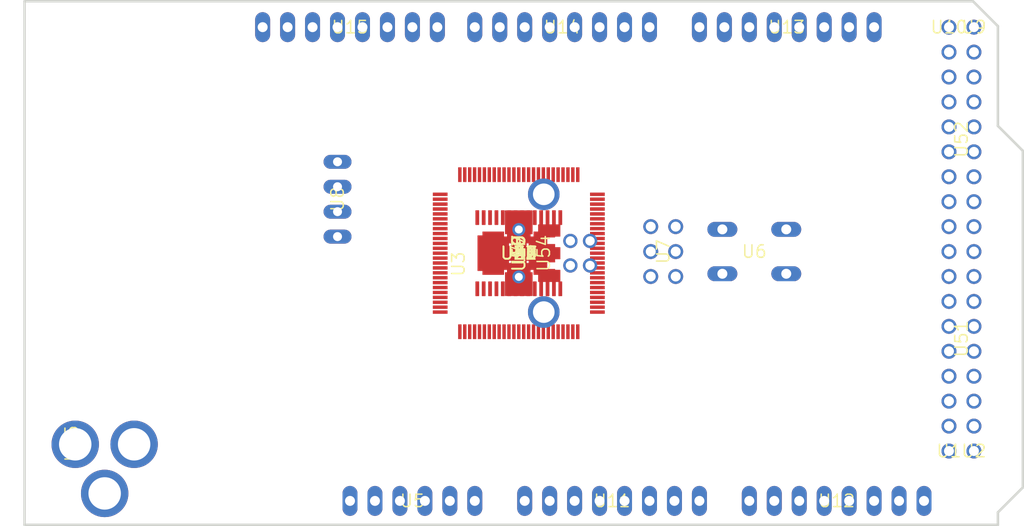
<source format=kicad_pcb>
 ( kicad_pcb  ( version 20171130 )
 ( host pcbnew "(5.1.4-0-10_14)" )
 ( general  ( thickness 1.6 )
 ( drawings 9 )
 ( tracks 0 )
 ( zones 0 )
 ( modules 57 )
 ( nets 100 )
)
 ( page A4 )
 ( layers  ( 0 Top signal )
 ( 31 Bottom signal )
 ( 32 B.Adhes user )
 ( 33 F.Adhes user )
 ( 34 B.Paste user )
 ( 35 F.Paste user )
 ( 36 B.SilkS user )
 ( 37 F.SilkS user )
 ( 38 B.Mask user )
 ( 39 F.Mask user )
 ( 40 Dwgs.User user )
 ( 41 Cmts.User user )
 ( 42 Eco1.User user )
 ( 43 Eco2.User user )
 ( 44 Edge.Cuts user )
 ( 45 Margin user )
 ( 46 B.CrtYd user )
 ( 47 F.CrtYd user )
 ( 48 B.Fab user )
 ( 49 F.Fab user )
)
 ( setup  ( last_trace_width 0.25 )
 ( user_trace_width 0.3048 )
 ( user_trace_width 1.27 )
 ( trace_clearance 0.063 )
 ( zone_clearance 0.508 )
 ( zone_45_only no )
 ( trace_min 0.2 )
 ( via_size 0.9144 )
 ( via_drill 0.4 )
 ( via_min_size 0.4 )
 ( via_min_drill 0.3 )
 ( uvia_size 0.3 )
 ( uvia_drill 0.1 )
 ( uvias_allowed yes )
 ( uvia_min_size 0.2 )
 ( uvia_min_drill 0.1 )
 ( edge_width 0.05 )
 ( segment_width 0.2 )
 ( pcb_text_width 0.3 )
 ( pcb_text_size 1.5 1.5 )
 ( mod_edge_width 0.12 )
 ( mod_text_size 1 1 )
 ( mod_text_width 0.15 )
 ( pad_size 0.35 1.5 )
 ( pad_drill 0 )
 ( pad_to_mask_clearance 0.051 )
 ( solder_mask_min_width 0.25 )
 ( aux_axis_origin 0 0 )
 ( visible_elements FFFFFF7F )
 ( pcbplotparams  ( layerselection 0x010fc_ffffffff )
 ( usegerberextensions false )
 ( usegerberattributes false )
 ( usegerberadvancedattributes false )
 ( creategerberjobfile false )
 ( excludeedgelayer true )
 ( linewidth 0.100000 )
 ( plotframeref false )
 ( viasonmask false )
 ( mode 1 )
 ( useauxorigin false )
 ( hpglpennumber 1 )
 ( hpglpenspeed 20 )
 ( hpglpendiameter 15.000000 )
 ( psnegative false )
 ( psa4output false )
 ( plotreference true )
 ( plotvalue true )
 ( plotinvisibletext false )
 ( padsonsilk false )
 ( subtractmaskfromsilk false )
 ( outputformat 1 )
 ( mirror false )
 ( drillshape 1 )
 ( scaleselection 1 )
 ( outputdirectory "" )
)
)
 ( net 0 "" )
 ( net 1 +5V )
 ( net 2 GND )
 ( net 3 N$6 )
 ( net 4 N$7 )
 ( net 5 AREF )
 ( net 6 RESET )
 ( net 7 VIN )
 ( net 8 N$3 )
 ( net 9 PWRIN )
 ( net 10 M8RXD )
 ( net 11 M8TXD )
 ( net 12 ADC0 )
 ( net 13 ADC2 )
 ( net 14 ADC1 )
 ( net 15 ADC3 )
 ( net 16 ADC4 )
 ( net 17 ADC5 )
 ( net 18 ADC6 )
 ( net 19 ADC7 )
 ( net 20 +3V3 )
 ( net 21 SDA )
 ( net 22 SCL )
 ( net 23 ADC9 )
 ( net 24 ADC8 )
 ( net 25 ADC10 )
 ( net 26 ADC11 )
 ( net 27 ADC12 )
 ( net 28 ADC13 )
 ( net 29 ADC14 )
 ( net 30 ADC15 )
 ( net 31 PB3 )
 ( net 32 PB2 )
 ( net 33 PB1 )
 ( net 34 PB5 )
 ( net 35 PB4 )
 ( net 36 PE5 )
 ( net 37 PE4 )
 ( net 38 PE3 )
 ( net 39 PE1 )
 ( net 40 PE0 )
 ( net 41 N$15 )
 ( net 42 N$53 )
 ( net 43 N$54 )
 ( net 44 N$55 )
 ( net 45 D- )
 ( net 46 D+ )
 ( net 47 N$60 )
 ( net 48 DTR )
 ( net 49 USBVCC )
 ( net 50 N$2 )
 ( net 51 N$4 )
 ( net 52 GATE_CMD )
 ( net 53 CMP )
 ( net 54 PB6 )
 ( net 55 PH3 )
 ( net 56 PH4 )
 ( net 57 PH5 )
 ( net 58 PH6 )
 ( net 59 PG5 )
 ( net 60 RXD1 )
 ( net 61 TXD1 )
 ( net 62 RXD2 )
 ( net 63 RXD3 )
 ( net 64 TXD2 )
 ( net 65 TXD3 )
 ( net 66 PC0 )
 ( net 67 PC1 )
 ( net 68 PC2 )
 ( net 69 PC3 )
 ( net 70 PC4 )
 ( net 71 PC5 )
 ( net 72 PC6 )
 ( net 73 PC7 )
 ( net 74 PB0 )
 ( net 75 PG0 )
 ( net 76 PG1 )
 ( net 77 PG2 )
 ( net 78 PD7 )
 ( net 79 PA0 )
 ( net 80 PA1 )
 ( net 81 PA2 )
 ( net 82 PA3 )
 ( net 83 PA4 )
 ( net 84 PA5 )
 ( net 85 PA6 )
 ( net 86 PA7 )
 ( net 87 PL0 )
 ( net 88 PL1 )
 ( net 89 PL2 )
 ( net 90 PL3 )
 ( net 91 PL4 )
 ( net 92 PL5 )
 ( net 93 PL6 )
 ( net 94 PL7 )
 ( net 95 PB7 )
 ( net 96 CTS )
 ( net 97 DSR )
 ( net 98 DCD )
 ( net 99 RI )
 ( net_class Default "This is the default net class."  ( clearance 0.063 )
 ( trace_width 0.25 )
 ( via_dia 0.9144 )
 ( via_drill 0.4 )
 ( uvia_dia 0.3 )
 ( uvia_drill 0.1 )
)
 ( net_class Power ""  ( clearance 0.063 )
 ( trace_width 0.3048 )
 ( via_dia 0.9144 )
 ( via_drill 0.4 )
 ( uvia_dia 0.3 )
 ( uvia_drill 0.1 )
 ( add_net +3V3 )
 ( add_net +5V )
 ( add_net PWRIN )
 ( add_net USBVCC )
)
 ( net_class Signal ""  ( clearance 0.063 )
 ( trace_width 0.2032 )
 ( via_dia 0.9144 )
 ( via_drill 0.4 )
 ( uvia_dia 0.3 )
 ( uvia_drill 0.1 )
 ( add_net ADC0 )
 ( add_net ADC1 )
 ( add_net ADC10 )
 ( add_net ADC11 )
 ( add_net ADC12 )
 ( add_net ADC13 )
 ( add_net ADC14 )
 ( add_net ADC15 )
 ( add_net ADC2 )
 ( add_net ADC3 )
 ( add_net ADC4 )
 ( add_net ADC5 )
 ( add_net ADC6 )
 ( add_net ADC7 )
 ( add_net ADC8 )
 ( add_net ADC9 )
 ( add_net AREF )
 ( add_net CMP )
 ( add_net CTS )
 ( add_net D+ )
 ( add_net D- )
 ( add_net DCD )
 ( add_net DSR )
 ( add_net DTR )
 ( add_net GATE_CMD )
 ( add_net GND )
 ( add_net M8RXD )
 ( add_net M8TXD )
 ( add_net N$15 )
 ( add_net N$2 )
 ( add_net N$3 )
 ( add_net N$4 )
 ( add_net N$53 )
 ( add_net N$54 )
 ( add_net N$55 )
 ( add_net N$6 )
 ( add_net N$60 )
 ( add_net N$7 )
 ( add_net PA0 )
 ( add_net PA1 )
 ( add_net PA2 )
 ( add_net PA3 )
 ( add_net PA4 )
 ( add_net PA5 )
 ( add_net PA6 )
 ( add_net PA7 )
 ( add_net PB0 )
 ( add_net PB1 )
 ( add_net PB2 )
 ( add_net PB3 )
 ( add_net PB4 )
 ( add_net PB5 )
 ( add_net PB6 )
 ( add_net PB7 )
 ( add_net PC0 )
 ( add_net PC1 )
 ( add_net PC2 )
 ( add_net PC3 )
 ( add_net PC4 )
 ( add_net PC5 )
 ( add_net PC6 )
 ( add_net PC7 )
 ( add_net PD7 )
 ( add_net PE0 )
 ( add_net PE1 )
 ( add_net PE3 )
 ( add_net PE4 )
 ( add_net PE5 )
 ( add_net PG0 )
 ( add_net PG1 )
 ( add_net PG2 )
 ( add_net PG5 )
 ( add_net PH3 )
 ( add_net PH4 )
 ( add_net PH5 )
 ( add_net PH6 )
 ( add_net PL0 )
 ( add_net PL1 )
 ( add_net PL2 )
 ( add_net PL3 )
 ( add_net PL4 )
 ( add_net PL5 )
 ( add_net PL6 )
 ( add_net PL7 )
 ( add_net RESET )
 ( add_net RI )
 ( add_net RXD1 )
 ( add_net RXD2 )
 ( add_net RXD3 )
 ( add_net SCL )
 ( add_net SDA )
 ( add_net TXD1 )
 ( add_net TXD2 )
 ( add_net TXD3 )
)
 ( net_class VIN ""  ( clearance 0.063 )
 ( trace_width 1.2 )
 ( via_dia 0.9144 )
 ( via_drill 0.4 )
 ( uvia_dia 0.3 )
 ( uvia_drill 0.1 )
 ( add_net VIN )
)
 ( module Arduino_MEGA_Reference_Design:PN61729  ( layer Top )
 ( tedit 5DD86010 )
 ( tstamp 5DD86102 )
 ( at 148.000000 104.000000 270.000000 )
 ( fp_text reference U54  ( at 0 -2.54 270 )
 ( layer F.SilkS )
 ( effects  ( font  ( size 1.27 1.27 )
 ( thickness 0.15 )
)
)
)
 ( fp_text value ""  ( at 0 -2.54 270 )
 ( layer F.SilkS )
 ( effects  ( font  ( size 1.27 1.27 )
 ( thickness 0.15 )
)
)
)
 ( fp_poly  ( pts  ( xy -6 -8.29 )
 ( xy 6 -8.29 )
 ( xy 6 7.71 )
 ( xy -6 7.71 )
)
 ( layer F.CrtYd )
 ( width 0.1 )
)
 ( pad P$2 thru_hole circle  ( at 6 -2.54 270.000000 )
 ( size 3.216 3.216 )
 ( drill 2.2 )
 ( layers *.Cu *.Mask )
 ( net 2 GND )
 ( solder_mask_margin 0.1524 )
)
 ( pad P$1 thru_hole circle  ( at -6 -2.54 270.000000 )
 ( size 3.216 3.216 )
 ( drill 2.2 )
 ( layers *.Cu *.Mask )
 ( net 2 GND )
 ( solder_mask_margin 0.1524 )
)
 ( pad 4 thru_hole circle  ( at 1.25 -5.25 270.000000 )
 ( size 1.458 1.458 )
 ( drill 0.95 )
 ( layers *.Cu *.Mask )
 ( net 2 GND )
 ( solder_mask_margin 0.1524 )
)
 ( pad 3 thru_hole circle  ( at -1.25 -5.25 270.000000 )
 ( size 1.458 1.458 )
 ( drill 0.95 )
 ( layers *.Cu *.Mask )
 ( net 46 D+ )
 ( solder_mask_margin 0.1524 )
)
 ( pad 2 thru_hole circle  ( at -1.25 -7.25 270.000000 )
 ( size 1.458 1.458 )
 ( drill 0.95 )
 ( layers *.Cu *.Mask )
 ( net 45 D- )
 ( solder_mask_margin 0.1524 )
)
 ( pad 1 thru_hole circle  ( at 1.25 -7.25 270.000000 )
 ( size 1.458 1.458 )
 ( drill 0.95 )
 ( layers *.Cu *.Mask )
 ( net 47 N$60 )
 ( solder_mask_margin 0.1524 )
)
)
 ( module Arduino_MEGA_Reference_Design:DC-21MM locked  ( layer Top )
 ( tedit 5DD85FF7 )
 ( tstamp 5DD85D69 )
 ( at 103.135100 123.391600 90.000000 )
 ( fp_text reference U55  ( at 0 -0.635 90 )
 ( layer F.SilkS )
 ( effects  ( font  ( size 1.27 1.27 )
 ( thickness 0.15 )
)
)
)
 ( fp_text value ""  ( at 0 -0.635 90 )
 ( layer F.SilkS )
 ( effects  ( font  ( size 1.27 1.27 )
 ( thickness 0.15 )
)
)
)
 ( fp_poly  ( pts  ( xy -5.25 -7.885 )
 ( xy 4 -7.885 )
 ( xy 4 5.865 )
 ( xy -5.25 5.865 )
)
 ( layer F.CrtYd )
 ( width 0.1 )
)
 ( pad 3 thru_hole circle  ( at -0.0762 -0.2794 90.000000 )
 ( size 4.826 4.826 )
 ( drill 3.302 )
 ( layers *.Cu *.Mask )
 ( net 2 GND )
 ( solder_mask_margin 0.1524 )
)
 ( pad 2 thru_hole circle  ( at -0.0762 5.715 90.000000 )
 ( size 4.826 4.826 )
 ( drill 3.302 )
 ( layers *.Cu *.Mask )
 ( net 9 PWRIN )
 ( solder_mask_margin 0.1524 )
)
 ( pad 1 thru_hole circle  ( at -5.08 2.7178 90.000000 )
 ( size 4.826 4.826 )
 ( drill 3.302 )
 ( layers *.Cu *.Mask )
 ( net 2 GND )
 ( solder_mask_margin 0.1524 )
)
)
 ( module Arduino_MEGA_Reference_Design:1X01 locked  ( layer Top )
 ( tedit 5DDD8317 )
 ( tstamp 5DD862A0 )
 ( at 191.781100 124.153600 )
 ( fp_text reference U1  ( at 0 0 )
 ( layer F.SilkS )
 ( effects  ( font  ( size 1.27 1.27 )
 ( thickness 0.15 )
)
)
)
 ( fp_text value ""  ( at 0 0 )
 ( layer F.SilkS )
 ( effects  ( font  ( size 1.27 1.27 )
 ( thickness 0.15 )
)
)
)
 ( fp_poly  ( pts  ( xy -1.3 -1.25 )
 ( xy 1.3 -1.25 )
 ( xy 1.3 1.25 )
 ( xy -1.3 1.25 )
)
 ( layer F.CrtYd )
 ( width 0.1 )
)
 ( pad 1 thru_hole circle  ( at 0 0 )
 ( size 1.524 1.524 )
 ( drill 1.016 )
 ( layers *.Cu *.Mask )
 ( net 2 GND )
 ( solder_mask_margin 0.1524 )
)
)
 ( module Arduino_MEGA_Reference_Design:1X01 locked  ( layer Top )
 ( tedit 5DDD82F6 )
 ( tstamp 5DD862AD )
 ( at 194.321100 124.153600 )
 ( fp_text reference U2  ( at 0 0 )
 ( layer F.SilkS )
 ( effects  ( font  ( size 1.27 1.27 )
 ( thickness 0.15 )
)
)
)
 ( fp_text value ""  ( at 0 0 )
 ( layer F.SilkS )
 ( effects  ( font  ( size 1.27 1.27 )
 ( thickness 0.15 )
)
)
)
 ( fp_poly  ( pts  ( xy -1.2 -1.2 )
 ( xy 1.2 -1.2 )
 ( xy 1.2 1.25 )
 ( xy -1.2 1.25 )
)
 ( layer F.CrtYd )
 ( width 0.1 )
)
 ( pad 1 thru_hole circle  ( at 0 0 )
 ( size 1.524 1.524 )
 ( drill 1.016 )
 ( layers *.Cu *.Mask )
 ( net 2 GND )
 ( solder_mask_margin 0.1524 )
)
)
 ( module Arduino_MEGA_Reference_Design:HC49_S  ( layer Top )
 ( tedit 5DDD82D4 )
 ( tstamp 5DD85D77 )
 ( at 148.000000 104.000000 90.000000 )
 ( fp_text reference U3  ( at -1.1 -6.15 90 )
 ( layer F.SilkS )
 ( effects  ( font  ( size 1.27 1.27 )
 ( thickness 0.15 )
)
)
)
 ( fp_text value ""  ( at -1.1 -6.15 90 )
 ( layer F.SilkS )
 ( effects  ( font  ( size 1.27 1.27 )
 ( thickness 0.15 )
)
)
)
 ( fp_poly  ( pts  ( xy -4.45 -2.55 )
 ( xy -5.05 -1.9 )
 ( xy -5.7 -1.25 )
 ( xy -5.7 1.35 )
 ( xy -5.05 1.95 )
 ( xy -4.4 2.55 )
 ( xy 4.5 2.55 )
 ( xy 5.1 1.85 )
 ( xy 5.75 1.3 )
 ( xy 5.7 -1.3 )
 ( xy 5.1 -1.85 )
 ( xy 4.45 -2.55 )
)
 ( layer F.CrtYd )
 ( width 0.1 )
)
 ( pad 2 thru_hole circle  ( at 2.413 0 90.000000 )
 ( size 1.3208 1.3208 )
 ( drill 0.8128 )
 ( layers *.Cu *.Mask )
 ( net 4 N$7 )
 ( solder_mask_margin 0.1524 )
)
 ( pad 1 thru_hole circle  ( at -2.413 0 90.000000 )
 ( size 1.3208 1.3208 )
 ( drill 0.8128 )
 ( layers *.Cu *.Mask )
 ( net 3 N$6 )
 ( solder_mask_margin 0.1524 )
)
)
 ( module Arduino_MEGA_Reference_Design:SOT223  ( layer Top )
 ( tedit 5DDD8275 )
 ( tstamp 5DD8614A )
 ( at 148.000000 104.000000 90.000000 )
 ( fp_text reference U4  ( at 0 0 90 )
 ( layer F.SilkS )
 ( effects  ( font  ( size 1.27 1.27 )
 ( thickness 0.15 )
)
)
)
 ( fp_text value ""  ( at 0 0 90 )
 ( layer F.SilkS )
 ( effects  ( font  ( size 1.27 1.27 )
 ( thickness 0.15 )
)
)
)
 ( fp_poly  ( pts  ( xy -3.35 -1.85 )
 ( xy 3.35 -1.85 )
 ( xy 3.35 1.9 )
 ( xy -3.4 1.85 )
)
 ( layer F.CrtYd )
 ( width 0.1 )
)
 ( pad 4 smd rect  ( at 0 -3.099 90.000000 )
 ( size 3.6 2.2 )
 ( layers Top F.Mask F.Paste )
 ( solder_mask_margin 0.1524 )
)
 ( pad 3 smd rect  ( at 2.3114 3.0988 90.000000 )
 ( size 1.2192 2.2352 )
 ( layers Top F.Mask F.Paste )
 ( net 1 +5V )
 ( solder_mask_margin 0.1524 )
)
 ( pad 2 smd rect  ( at 0 3.0988 90.000000 )
 ( size 1.2192 2.2352 )
 ( layers Top F.Mask F.Paste )
 ( net 49 USBVCC )
 ( solder_mask_margin 0.1524 )
)
 ( pad 1 smd rect  ( at -2.3114 3.0988 90.000000 )
 ( size 1.2192 2.2352 )
 ( layers Top F.Mask F.Paste )
 ( net 52 GATE_CMD )
 ( solder_mask_margin 0.1524 )
)
)
 ( module Arduino_MEGA_Reference_Design:1X06 locked  ( layer Top )
 ( tedit 5DD8649A )
 ( tstamp 5DD85DDB )
 ( at 137.171100 129.233600 )
 ( fp_text reference U5  ( at 0 0 )
 ( layer F.SilkS )
 ( effects  ( font  ( size 1.27 1.27 )
 ( thickness 0.15 )
)
)
)
 ( fp_text value ""  ( at 0 0 )
 ( layer F.SilkS )
 ( effects  ( font  ( size 1.27 1.27 )
 ( thickness 0.15 )
)
)
)
 ( fp_poly  ( pts  ( xy -7.6 -1.25 )
 ( xy 7.6 -1.25 )
 ( xy 7.6 1.25 )
 ( xy -7.6 1.25 )
)
 ( layer F.CrtYd )
 ( width 0.1 )
)
 ( pad 6 thru_hole oval  ( at 6.35 0 90.000000 )
 ( size 3.048 1.524 )
 ( drill 1.016 )
 ( layers *.Cu *.Mask )
 ( net 7 VIN )
 ( solder_mask_margin 0.1524 )
)
 ( pad 5 thru_hole oval  ( at 3.81 0 90.000000 )
 ( size 3.048 1.524 )
 ( drill 1.016 )
 ( layers *.Cu *.Mask )
 ( net 2 GND )
 ( solder_mask_margin 0.1524 )
)
 ( pad 4 thru_hole oval  ( at 1.27 0 90.000000 )
 ( size 3.048 1.524 )
 ( drill 1.016 )
 ( layers *.Cu *.Mask )
 ( net 2 GND )
 ( solder_mask_margin 0.1524 )
)
 ( pad 3 thru_hole oval  ( at -1.27 0 90.000000 )
 ( size 3.048 1.524 )
 ( drill 1.016 )
 ( layers *.Cu *.Mask )
 ( net 1 +5V )
 ( solder_mask_margin 0.1524 )
)
 ( pad 2 thru_hole oval  ( at -3.81 0 90.000000 )
 ( size 3.048 1.524 )
 ( drill 1.016 )
 ( layers *.Cu *.Mask )
 ( net 20 +3V3 )
 ( solder_mask_margin 0.1524 )
)
 ( pad 1 thru_hole oval  ( at -6.35 0 90.000000 )
 ( size 3.048 1.524 )
 ( drill 1.016 )
 ( layers *.Cu *.Mask )
 ( net 6 RESET )
 ( solder_mask_margin 0.1524 )
)
)
 ( module Arduino_MEGA_Reference_Design:B3F-10XX locked  ( layer Top )
 ( tedit 5DD8641F )
 ( tstamp 5DD85D15 )
 ( at 171.969100 103.833600 180.000000 )
 ( fp_text reference U6  ( at 0 0 180 )
 ( layer F.SilkS )
 ( effects  ( font  ( size 1.27 1.27 )
 ( thickness 0.15 )
)
)
)
 ( fp_text value ""  ( at 0 0 180 )
 ( layer F.SilkS )
 ( effects  ( font  ( size 1.27 1.27 )
 ( thickness 0.15 )
)
)
)
 ( fp_poly  ( pts  ( xy -3.45 -3.1 )
 ( xy 3.35 -3.1 )
 ( xy 3.3 3 )
 ( xy -3.5 3 )
)
 ( layer F.CrtYd )
 ( width 0.1 )
)
 ( pad 4 thru_hole oval  ( at 3.2512 2.2606 180.000000 )
 ( size 3.048 1.524 )
 ( drill 1.016 )
 ( layers *.Cu *.Mask )
 ( net 6 RESET )
 ( solder_mask_margin 0.1524 )
)
 ( pad 2 thru_hole oval  ( at 3.2512 -2.2606 180.000000 )
 ( size 3.048 1.524 )
 ( drill 1.016 )
 ( layers *.Cu *.Mask )
 ( net 2 GND )
 ( solder_mask_margin 0.1524 )
)
 ( pad 3 thru_hole oval  ( at -3.2512 2.2606 180.000000 )
 ( size 3.048 1.524 )
 ( drill 1.016 )
 ( layers *.Cu *.Mask )
 ( net 6 RESET )
 ( solder_mask_margin 0.1524 )
)
 ( pad 1 thru_hole oval  ( at -3.2512 -2.2606 180.000000 )
 ( size 3.048 1.524 )
 ( drill 1.016 )
 ( layers *.Cu *.Mask )
 ( net 2 GND )
 ( solder_mask_margin 0.1524 )
)
)
 ( module Arduino_MEGA_Reference_Design:2X03 locked  ( layer Top )
 ( tedit 5DD8640E )
 ( tstamp 5DD85C40 )
 ( at 162.698100 103.833600 270.000000 )
 ( fp_text reference U7  ( at 0 0 270 )
 ( layer F.SilkS )
 ( effects  ( font  ( size 1.27 1.27 )
 ( thickness 0.15 )
)
)
)
 ( fp_text value ""  ( at 0 0 270 )
 ( layer F.SilkS )
 ( effects  ( font  ( size 1.27 1.27 )
 ( thickness 0.15 )
)
)
)
 ( fp_poly  ( pts  ( xy -3.85 -2.5 )
 ( xy 3.825 -2.575 )
 ( xy 3.85 2.5125 )
 ( xy -3.85 2.4875 )
)
 ( layer F.CrtYd )
 ( width 0.1 )
)
 ( pad 6 thru_hole circle  ( at 2.54 -1.27 270.000000 )
 ( size 1.524 1.524 )
 ( drill 1.016 )
 ( layers *.Cu *.Mask )
 ( net 2 GND )
 ( solder_mask_margin 0.1524 )
)
 ( pad 5 thru_hole circle  ( at 2.54 1.27 270.000000 )
 ( size 1.524 1.524 )
 ( drill 1.016 )
 ( layers *.Cu *.Mask )
 ( net 6 RESET )
 ( solder_mask_margin 0.1524 )
)
 ( pad 4 thru_hole circle  ( at 0 -1.27 270.000000 )
 ( size 1.524 1.524 )
 ( drill 1.016 )
 ( layers *.Cu *.Mask )
 ( net 32 PB2 )
 ( solder_mask_margin 0.1524 )
)
 ( pad 3 thru_hole circle  ( at 0 1.27 270.000000 )
 ( size 1.524 1.524 )
 ( drill 1.016 )
 ( layers *.Cu *.Mask )
 ( net 33 PB1 )
 ( solder_mask_margin 0.1524 )
)
 ( pad 2 thru_hole circle  ( at -2.54 -1.27 270.000000 )
 ( size 1.524 1.524 )
 ( drill 1.016 )
 ( layers *.Cu *.Mask )
 ( net 1 +5V )
 ( solder_mask_margin 0.1524 )
)
 ( pad 1 thru_hole circle  ( at -2.54 1.27 270.000000 )
 ( size 1.524 1.524 )
 ( drill 1.016 )
 ( layers *.Cu *.Mask )
 ( net 31 PB3 )
 ( solder_mask_margin 0.1524 )
)
)
 ( module Arduino_MEGA_Reference_Design:JP4 locked  ( layer Top )
 ( tedit 5DD863EA )
 ( tstamp 5DD862CC )
 ( at 129.551100 98.499600 270.000000 )
 ( fp_text reference U8  ( at 0 0 270 )
 ( layer F.SilkS )
 ( effects  ( font  ( size 1.27 1.27 )
 ( thickness 0.15 )
)
)
)
 ( fp_text value ""  ( at 0 0 270 )
 ( layer F.SilkS )
 ( effects  ( font  ( size 1.27 1.27 )
 ( thickness 0.15 )
)
)
)
 ( fp_poly  ( pts  ( xy -5.05 -1.3 )
 ( xy 5.05 -1.3 )
 ( xy 5.05 1.25 )
 ( xy -5.05 1.3 )
)
 ( layer F.CrtYd )
 ( width 0.1 )
)
 ( pad 4 thru_hole oval  ( at 3.81 0 )
 ( size 2.8448 1.4224 )
 ( drill 0.9144 )
 ( layers *.Cu *.Mask )
 ( net 99 RI )
 ( solder_mask_margin 0.1524 )
)
 ( pad 3 thru_hole oval  ( at 1.27 0 )
 ( size 2.8448 1.4224 )
 ( drill 0.9144 )
 ( layers *.Cu *.Mask )
 ( net 98 DCD )
 ( solder_mask_margin 0.1524 )
)
 ( pad 2 thru_hole oval  ( at -1.27 0 )
 ( size 2.8448 1.4224 )
 ( drill 0.9144 )
 ( layers *.Cu *.Mask )
 ( net 97 DSR )
 ( solder_mask_margin 0.1524 )
)
 ( pad 1 thru_hole oval  ( at -3.81 0 )
 ( size 2.8448 1.4224 )
 ( drill 0.9144 )
 ( layers *.Cu *.Mask )
 ( net 96 CTS )
 ( solder_mask_margin 0.1524 )
)
)
 ( module Arduino_MEGA_Reference_Design:1X01 locked  ( layer Top )
 ( tedit 5DD863C9 )
 ( tstamp 5DD86293 )
 ( at 194.321100 80.973600 )
 ( fp_text reference U9  ( at 0 0 )
 ( layer F.SilkS )
 ( effects  ( font  ( size 1.27 1.27 )
 ( thickness 0.15 )
)
)
)
 ( fp_text value ""  ( at 0 0 )
 ( layer F.SilkS )
 ( effects  ( font  ( size 1.27 1.27 )
 ( thickness 0.15 )
)
)
)
 ( fp_poly  ( pts  ( xy -1.25 -1.25 )
 ( xy 1.25 -1.25 )
 ( xy 1.25 1.25 )
 ( xy -1.25 1.25 )
)
 ( layer F.CrtYd )
 ( width 0.1 )
)
 ( pad 1 thru_hole circle  ( at 0 0 )
 ( size 1.524 1.524 )
 ( drill 1.016 )
 ( layers *.Cu *.Mask )
 ( net 1 +5V )
 ( solder_mask_margin 0.1524 )
)
)
 ( module Arduino_MEGA_Reference_Design:1X01 locked  ( layer Top )
 ( tedit 5DD863BF )
 ( tstamp 5DD86286 )
 ( at 191.781100 80.973600 )
 ( fp_text reference U10  ( at 0 0 )
 ( layer F.SilkS )
 ( effects  ( font  ( size 1.27 1.27 )
 ( thickness 0.15 )
)
)
)
 ( fp_text value ""  ( at 0 0 )
 ( layer F.SilkS )
 ( effects  ( font  ( size 1.27 1.27 )
 ( thickness 0.15 )
)
)
)
 ( fp_poly  ( pts  ( xy -1.25 -1.25 )
 ( xy 1.25 -1.25 )
 ( xy 1.25 1.25 )
 ( xy -1.25 1.25 )
)
 ( layer F.CrtYd )
 ( width 0.1 )
)
 ( pad 1 thru_hole circle  ( at 0 0 )
 ( size 1.524 1.524 )
 ( drill 1.016 )
 ( layers *.Cu *.Mask )
 ( net 1 +5V )
 ( solder_mask_margin 0.1524 )
)
)
 ( module Arduino_MEGA_Reference_Design:1X08 locked  ( layer Top )
 ( tedit 5DD8632A )
 ( tstamp 5DD85E65 )
 ( at 157.491100 129.233600 )
 ( fp_text reference U11  ( at 0 0 )
 ( layer F.SilkS )
 ( effects  ( font  ( size 1.27 1.27 )
 ( thickness 0.15 )
)
)
)
 ( fp_text value ""  ( at 0 0 )
 ( layer F.SilkS )
 ( effects  ( font  ( size 1.27 1.27 )
 ( thickness 0.15 )
)
)
)
 ( fp_poly  ( pts  ( xy -10.15 -1.45 )
 ( xy 10.1 -1.4 )
 ( xy 10.15 1.25 )
 ( xy -10.15 1.25 )
)
 ( layer F.CrtYd )
 ( width 0.1 )
)
 ( pad 8 thru_hole oval  ( at 8.89 0 90.000000 )
 ( size 3.048 1.524 )
 ( drill 1.016 )
 ( layers *.Cu *.Mask )
 ( net 19 ADC7 )
 ( solder_mask_margin 0.1524 )
)
 ( pad 7 thru_hole oval  ( at 6.35 0 90.000000 )
 ( size 3.048 1.524 )
 ( drill 1.016 )
 ( layers *.Cu *.Mask )
 ( net 18 ADC6 )
 ( solder_mask_margin 0.1524 )
)
 ( pad 6 thru_hole oval  ( at 3.81 0 90.000000 )
 ( size 3.048 1.524 )
 ( drill 1.016 )
 ( layers *.Cu *.Mask )
 ( net 17 ADC5 )
 ( solder_mask_margin 0.1524 )
)
 ( pad 5 thru_hole oval  ( at 1.27 0 90.000000 )
 ( size 3.048 1.524 )
 ( drill 1.016 )
 ( layers *.Cu *.Mask )
 ( net 16 ADC4 )
 ( solder_mask_margin 0.1524 )
)
 ( pad 4 thru_hole oval  ( at -1.27 0 90.000000 )
 ( size 3.048 1.524 )
 ( drill 1.016 )
 ( layers *.Cu *.Mask )
 ( net 15 ADC3 )
 ( solder_mask_margin 0.1524 )
)
 ( pad 3 thru_hole oval  ( at -3.81 0 90.000000 )
 ( size 3.048 1.524 )
 ( drill 1.016 )
 ( layers *.Cu *.Mask )
 ( net 13 ADC2 )
 ( solder_mask_margin 0.1524 )
)
 ( pad 2 thru_hole oval  ( at -6.35 0 90.000000 )
 ( size 3.048 1.524 )
 ( drill 1.016 )
 ( layers *.Cu *.Mask )
 ( net 14 ADC1 )
 ( solder_mask_margin 0.1524 )
)
 ( pad 1 thru_hole oval  ( at -8.89 0 90.000000 )
 ( size 3.048 1.524 )
 ( drill 1.016 )
 ( layers *.Cu *.Mask )
 ( net 12 ADC0 )
 ( solder_mask_margin 0.1524 )
)
)
 ( module Arduino_MEGA_Reference_Design:1X08 locked  ( layer Top )
 ( tedit 5DD86322 )
 ( tstamp 5DD86013 )
 ( at 180.351100 129.233600 )
 ( fp_text reference U12  ( at 0 0 )
 ( layer F.SilkS )
 ( effects  ( font  ( size 1.27 1.27 )
 ( thickness 0.15 )
)
)
)
 ( fp_text value ""  ( at 0 0 )
 ( layer F.SilkS )
 ( effects  ( font  ( size 1.27 1.27 )
 ( thickness 0.15 )
)
)
)
 ( fp_poly  ( pts  ( xy -10.2 -1.4 )
 ( xy 10.05 -1.35 )
 ( xy 10.1 1.3 )
 ( xy -10.2 1.3 )
)
 ( layer F.CrtYd )
 ( width 0.1 )
)
 ( pad 8 thru_hole oval  ( at 8.89 0 90.000000 )
 ( size 3.048 1.524 )
 ( drill 1.016 )
 ( layers *.Cu *.Mask )
 ( net 30 ADC15 )
 ( solder_mask_margin 0.1524 )
)
 ( pad 7 thru_hole oval  ( at 6.35 0 90.000000 )
 ( size 3.048 1.524 )
 ( drill 1.016 )
 ( layers *.Cu *.Mask )
 ( net 29 ADC14 )
 ( solder_mask_margin 0.1524 )
)
 ( pad 6 thru_hole oval  ( at 3.81 0 90.000000 )
 ( size 3.048 1.524 )
 ( drill 1.016 )
 ( layers *.Cu *.Mask )
 ( net 28 ADC13 )
 ( solder_mask_margin 0.1524 )
)
 ( pad 5 thru_hole oval  ( at 1.27 0 90.000000 )
 ( size 3.048 1.524 )
 ( drill 1.016 )
 ( layers *.Cu *.Mask )
 ( net 27 ADC12 )
 ( solder_mask_margin 0.1524 )
)
 ( pad 4 thru_hole oval  ( at -1.27 0 90.000000 )
 ( size 3.048 1.524 )
 ( drill 1.016 )
 ( layers *.Cu *.Mask )
 ( net 26 ADC11 )
 ( solder_mask_margin 0.1524 )
)
 ( pad 3 thru_hole oval  ( at -3.81 0 90.000000 )
 ( size 3.048 1.524 )
 ( drill 1.016 )
 ( layers *.Cu *.Mask )
 ( net 25 ADC10 )
 ( solder_mask_margin 0.1524 )
)
 ( pad 2 thru_hole oval  ( at -6.35 0 90.000000 )
 ( size 3.048 1.524 )
 ( drill 1.016 )
 ( layers *.Cu *.Mask )
 ( net 23 ADC9 )
 ( solder_mask_margin 0.1524 )
)
 ( pad 1 thru_hole oval  ( at -8.89 0 90.000000 )
 ( size 3.048 1.524 )
 ( drill 1.016 )
 ( layers *.Cu *.Mask )
 ( net 24 ADC8 )
 ( solder_mask_margin 0.1524 )
)
)
 ( module Arduino_MEGA_Reference_Design:1X08 locked  ( layer Top )
 ( tedit 5DD86318 )
 ( tstamp 5DD85EB1 )
 ( at 175.271100 80.973600 180.000000 )
 ( fp_text reference U13  ( at 0 0 180 )
 ( layer F.SilkS )
 ( effects  ( font  ( size 1.27 1.27 )
 ( thickness 0.15 )
)
)
)
 ( fp_text value ""  ( at 0 0 180 )
 ( layer F.SilkS )
 ( effects  ( font  ( size 1.27 1.27 )
 ( thickness 0.15 )
)
)
)
 ( fp_poly  ( pts  ( xy -10.2 -1.4 )
 ( xy 10.05 -1.35 )
 ( xy 10.1 1.3 )
 ( xy -10.2 1.3 )
)
 ( layer F.CrtYd )
 ( width 0.1 )
)
 ( pad 8 thru_hole oval  ( at 8.89 0 270.000000 )
 ( size 3.048 1.524 )
 ( drill 1.016 )
 ( layers *.Cu *.Mask )
 ( net 65 TXD3 )
 ( solder_mask_margin 0.1524 )
)
 ( pad 7 thru_hole oval  ( at 6.35 0 270.000000 )
 ( size 3.048 1.524 )
 ( drill 1.016 )
 ( layers *.Cu *.Mask )
 ( net 63 RXD3 )
 ( solder_mask_margin 0.1524 )
)
 ( pad 6 thru_hole oval  ( at 3.81 0 270.000000 )
 ( size 3.048 1.524 )
 ( drill 1.016 )
 ( layers *.Cu *.Mask )
 ( net 64 TXD2 )
 ( solder_mask_margin 0.1524 )
)
 ( pad 5 thru_hole oval  ( at 1.27 0 270.000000 )
 ( size 3.048 1.524 )
 ( drill 1.016 )
 ( layers *.Cu *.Mask )
 ( net 62 RXD2 )
 ( solder_mask_margin 0.1524 )
)
 ( pad 4 thru_hole oval  ( at -1.27 0 270.000000 )
 ( size 3.048 1.524 )
 ( drill 1.016 )
 ( layers *.Cu *.Mask )
 ( net 61 TXD1 )
 ( solder_mask_margin 0.1524 )
)
 ( pad 3 thru_hole oval  ( at -3.81 0 270.000000 )
 ( size 3.048 1.524 )
 ( drill 1.016 )
 ( layers *.Cu *.Mask )
 ( net 60 RXD1 )
 ( solder_mask_margin 0.1524 )
)
 ( pad 2 thru_hole oval  ( at -6.35 0 270.000000 )
 ( size 3.048 1.524 )
 ( drill 1.016 )
 ( layers *.Cu *.Mask )
 ( net 21 SDA )
 ( solder_mask_margin 0.1524 )
)
 ( pad 1 thru_hole oval  ( at -8.89 0 270.000000 )
 ( size 3.048 1.524 )
 ( drill 1.016 )
 ( layers *.Cu *.Mask )
 ( net 22 SCL )
 ( solder_mask_margin 0.1524 )
)
)
 ( module Arduino_MEGA_Reference_Design:1X08 locked  ( layer Top )
 ( tedit 5DD8630B )
 ( tstamp 5DD85C65 )
 ( at 152.411100 80.973600 180.000000 )
 ( fp_text reference U14  ( at 0 0 180 )
 ( layer F.SilkS )
 ( effects  ( font  ( size 1.27 1.27 )
 ( thickness 0.15 )
)
)
)
 ( fp_text value ""  ( at 0 0 180 )
 ( layer F.SilkS )
 ( effects  ( font  ( size 1.27 1.27 )
 ( thickness 0.15 )
)
)
)
 ( fp_poly  ( pts  ( xy -10.15 -1.35 )
 ( xy 10.1 -1.3 )
 ( xy 10.15 1.35 )
 ( xy -10.15 1.35 )
)
 ( layer F.CrtYd )
 ( width 0.1 )
)
 ( pad 8 thru_hole oval  ( at 8.89 0 270.000000 )
 ( size 3.048 1.524 )
 ( drill 1.016 )
 ( layers *.Cu *.Mask )
 ( net 56 PH4 )
 ( solder_mask_margin 0.1524 )
)
 ( pad 7 thru_hole oval  ( at 6.35 0 270.000000 )
 ( size 3.048 1.524 )
 ( drill 1.016 )
 ( layers *.Cu *.Mask )
 ( net 55 PH3 )
 ( solder_mask_margin 0.1524 )
)
 ( pad 6 thru_hole oval  ( at 3.81 0 270.000000 )
 ( size 3.048 1.524 )
 ( drill 1.016 )
 ( layers *.Cu *.Mask )
 ( net 38 PE3 )
 ( solder_mask_margin 0.1524 )
)
 ( pad 5 thru_hole oval  ( at 1.27 0 270.000000 )
 ( size 3.048 1.524 )
 ( drill 1.016 )
 ( layers *.Cu *.Mask )
 ( net 59 PG5 )
 ( solder_mask_margin 0.1524 )
)
 ( pad 4 thru_hole oval  ( at -1.27 0 270.000000 )
 ( size 3.048 1.524 )
 ( drill 1.016 )
 ( layers *.Cu *.Mask )
 ( net 36 PE5 )
 ( solder_mask_margin 0.1524 )
)
 ( pad 3 thru_hole oval  ( at -3.81 0 270.000000 )
 ( size 3.048 1.524 )
 ( drill 1.016 )
 ( layers *.Cu *.Mask )
 ( net 37 PE4 )
 ( solder_mask_margin 0.1524 )
)
 ( pad 2 thru_hole oval  ( at -6.35 0 270.000000 )
 ( size 3.048 1.524 )
 ( drill 1.016 )
 ( layers *.Cu *.Mask )
 ( net 39 PE1 )
 ( solder_mask_margin 0.1524 )
)
 ( pad 1 thru_hole oval  ( at -8.89 0 270.000000 )
 ( size 3.048 1.524 )
 ( drill 1.016 )
 ( layers *.Cu *.Mask )
 ( net 40 PE0 )
 ( solder_mask_margin 0.1524 )
)
)
 ( module Arduino_MEGA_Reference_Design:1X08 locked  ( layer Top )
 ( tedit 5DD862DF )
 ( tstamp 5DD85CB1 )
 ( at 130.821100 80.973600 180.000000 )
 ( fp_text reference U15  ( at 0 0 180 )
 ( layer F.SilkS )
 ( effects  ( font  ( size 1.27 1.27 )
 ( thickness 0.15 )
)
)
)
 ( fp_text value ""  ( at 0 0 180 )
 ( layer F.SilkS )
 ( effects  ( font  ( size 1.27 1.27 )
 ( thickness 0.15 )
)
)
)
 ( fp_poly  ( pts  ( xy -10.1 -1.45 )
 ( xy 10.15 -1.4 )
 ( xy 10.2 1.25 )
 ( xy -10.1 1.25 )
)
 ( layer F.CrtYd )
 ( width 0.1 )
)
 ( pad 8 thru_hole oval  ( at 8.89 0 270.000000 )
 ( size 3.048 1.524 )
 ( drill 1.016 )
 ( layers *.Cu *.Mask )
 ( net 5 AREF )
 ( solder_mask_margin 0.1524 )
)
 ( pad 7 thru_hole oval  ( at 6.35 0 270.000000 )
 ( size 3.048 1.524 )
 ( drill 1.016 )
 ( layers *.Cu *.Mask )
 ( net 2 GND )
 ( solder_mask_margin 0.1524 )
)
 ( pad 6 thru_hole oval  ( at 3.81 0 270.000000 )
 ( size 3.048 1.524 )
 ( drill 1.016 )
 ( layers *.Cu *.Mask )
 ( net 95 PB7 )
 ( solder_mask_margin 0.1524 )
)
 ( pad 5 thru_hole oval  ( at 1.27 0 270.000000 )
 ( size 3.048 1.524 )
 ( drill 1.016 )
 ( layers *.Cu *.Mask )
 ( net 54 PB6 )
 ( solder_mask_margin 0.1524 )
)
 ( pad 4 thru_hole oval  ( at -1.27 0 270.000000 )
 ( size 3.048 1.524 )
 ( drill 1.016 )
 ( layers *.Cu *.Mask )
 ( net 34 PB5 )
 ( solder_mask_margin 0.1524 )
)
 ( pad 3 thru_hole oval  ( at -3.81 0 270.000000 )
 ( size 3.048 1.524 )
 ( drill 1.016 )
 ( layers *.Cu *.Mask )
 ( net 35 PB4 )
 ( solder_mask_margin 0.1524 )
)
 ( pad 2 thru_hole oval  ( at -6.35 0 270.000000 )
 ( size 3.048 1.524 )
 ( drill 1.016 )
 ( layers *.Cu *.Mask )
 ( net 58 PH6 )
 ( solder_mask_margin 0.1524 )
)
 ( pad 1 thru_hole oval  ( at -8.89 0 270.000000 )
 ( size 3.048 1.524 )
 ( drill 1.016 )
 ( layers *.Cu *.Mask )
 ( net 57 PH5 )
 ( solder_mask_margin 0.1524 )
)
)
 ( module Arduino_MEGA_Reference_Design:SOT223  ( layer Top )
 ( tedit 5DD862A6 )
 ( tstamp 5DD85DB9 )
 ( at 148.000000 104.000000 90.000000 )
 ( fp_text reference U16  ( at 0 0 90 )
 ( layer F.SilkS )
 ( effects  ( font  ( size 1.27 1.27 )
 ( thickness 0.15 )
)
)
)
 ( fp_text value ""  ( at 0 0 90 )
 ( layer F.SilkS )
 ( effects  ( font  ( size 1.27 1.27 )
 ( thickness 0.15 )
)
)
)
 ( fp_poly  ( pts  ( xy -3.45 -2 )
 ( xy 3.45 -2 )
 ( xy 3.45 1.9 )
 ( xy -3.45 1.9 )
)
 ( layer F.CrtYd )
 ( width 0.1 )
)
 ( pad 4 smd rect  ( at 0 -3.099 90.000000 )
 ( size 3.6 2.2 )
 ( layers Top F.Mask F.Paste )
 ( net 1 +5V )
 ( solder_mask_margin 0.1524 )
)
 ( pad 3 smd rect  ( at 2.3114 3.0988 90.000000 )
 ( size 1.2192 2.2352 )
 ( layers Top F.Mask F.Paste )
 ( net 7 VIN )
 ( solder_mask_margin 0.1524 )
)
 ( pad 2 smd rect  ( at 0 3.0988 90.000000 )
 ( size 1.2192 2.2352 )
 ( layers Top F.Mask F.Paste )
 ( net 1 +5V )
 ( solder_mask_margin 0.1524 )
)
 ( pad 1 smd rect  ( at -2.3114 3.0988 90.000000 )
 ( size 1.2192 2.2352 )
 ( layers Top F.Mask F.Paste )
 ( net 2 GND )
 ( solder_mask_margin 0.1524 )
)
)
 ( module Arduino_MEGA_Reference_Design:SMB  ( layer Top )
 ( tedit 5DD8628F )
 ( tstamp 5DD85D5A )
 ( at 148.000000 104.000000 270.000000 )
 ( fp_text reference U17  ( at 0 0 270 )
 ( layer F.SilkS )
 ( effects  ( font  ( size 1.27 1.27 )
 ( thickness 0.15 )
)
)
)
 ( fp_text value ""  ( at 0 0 270 )
 ( layer F.SilkS )
 ( effects  ( font  ( size 1.27 1.27 )
 ( thickness 0.15 )
)
)
)
 ( fp_poly  ( pts  ( xy -2.35 -2 )
 ( xy 2.35 -2 )
 ( xy 2.35 1.95 )
 ( xy -2.35 1.95 )
)
 ( layer F.CrtYd )
 ( width 0.1 )
)
 ( pad A smd rect  ( at 2.2 0 270.000000 )
 ( size 2.4 2.4 )
 ( layers Top F.Mask F.Paste )
 ( net 9 PWRIN )
 ( solder_mask_margin 0.1524 )
)
 ( pad C smd rect  ( at -2.2 0 270.000000 )
 ( size 2.4 2.4 )
 ( layers Top F.Mask F.Paste )
 ( net 7 VIN )
 ( solder_mask_margin 0.1524 )
)
)
 ( module Arduino_MEGA_Reference_Design:SMC_D  ( layer Top )
 ( tedit 5DD86271 )
 ( tstamp 5DD85CFD )
 ( at 148.000000 104.000000 270.000000 )
 ( fp_text reference U18  ( at 0 0 270 )
 ( layer F.SilkS )
 ( effects  ( font  ( size 1.27 1.27 )
 ( thickness 0.15 )
)
)
)
 ( fp_text value ""  ( at 0 0 270 )
 ( layer F.SilkS )
 ( effects  ( font  ( size 1.27 1.27 )
 ( thickness 0.15 )
)
)
)
 ( fp_poly  ( pts  ( xy -3.55 -2.15 )
 ( xy 3.55 -2.15 )
 ( xy 3.55 2.15 )
 ( xy -3.55 2.15 )
)
 ( layer F.CrtYd )
 ( width 0.1 )
)
 ( pad - smd rect  ( at 3.15 0 90.000000 )
 ( size 2.4 2.8 )
 ( layers Top F.Mask F.Paste )
 ( net 2 GND )
 ( solder_mask_margin 0.1524 )
)
 ( pad + smd rect  ( at -3.15 0 270.000000 )
 ( size 2.4 2.8 )
 ( layers Top F.Mask F.Paste )
 ( net 7 VIN )
 ( solder_mask_margin 0.1524 )
)
)
 ( module Arduino_MEGA_Reference_Design:SMC_D  ( layer Top )
 ( tedit 5DD8625D )
 ( tstamp 5DD85D09 )
 ( at 148.000000 104.000000 270.000000 )
 ( fp_text reference U19  ( at 0 0 270 )
 ( layer F.SilkS )
 ( effects  ( font  ( size 1.27 1.27 )
 ( thickness 0.15 )
)
)
)
 ( fp_text value ""  ( at 0 0 270 )
 ( layer F.SilkS )
 ( effects  ( font  ( size 1.27 1.27 )
 ( thickness 0.15 )
)
)
)
 ( fp_poly  ( pts  ( xy -3.6 -2.2 )
 ( xy 3.6 -2.2 )
 ( xy 3.6 2.2 )
 ( xy -3.6 2.2 )
)
 ( layer F.CrtYd )
 ( width 0.1 )
)
 ( pad - smd rect  ( at 3.15 0 90.000000 )
 ( size 2.4 2.8 )
 ( layers Top F.Mask F.Paste )
 ( net 2 GND )
 ( solder_mask_margin 0.1524 )
)
 ( pad + smd rect  ( at -3.15 0 270.000000 )
 ( size 2.4 2.8 )
 ( layers Top F.Mask F.Paste )
 ( net 1 +5V )
 ( solder_mask_margin 0.1524 )
)
)
 ( module Arduino_MEGA_Reference_Design:C0805RND  ( layer Top )
 ( tedit 5DD86249 )
 ( tstamp 5DD86005 )
 ( at 148.000000 104.000000 )
 ( fp_text reference U20  ( at 0 0 )
 ( layer F.SilkS )
 ( effects  ( font  ( size 1.27 1.27 )
 ( thickness 0.15 )
)
)
)
 ( fp_text value ""  ( at 0 0 )
 ( layer F.SilkS )
 ( effects  ( font  ( size 1.27 1.27 )
 ( thickness 0.15 )
)
)
)
 ( fp_poly  ( pts  ( xy -0.95 -0.75 )
 ( xy 1.05 -0.75 )
 ( xy 1.05 0.75 )
 ( xy -0.95 0.75 )
)
 ( layer F.CrtYd )
 ( width 0.1 )
)
 ( pad 2 smd roundrect  ( at 0.977 0 )
 ( size 1.3 1.5 )
 ( layers Top F.Mask F.Paste )
 ( roundrect_rratio 0.5 )
 ( net 2 GND )
 ( solder_mask_margin 0.1524 )
)
 ( pad 1 smd roundrect  ( at -0.977 0 )
 ( size 1.3 1.5 )
 ( layers Top F.Mask F.Paste )
 ( roundrect_rratio 0.5 )
 ( net 1 +5V )
 ( solder_mask_margin 0.1524 )
)
)
 ( module Arduino_MEGA_Reference_Design:C0805RND  ( layer Top )
 ( tedit 5DD86243 )
 ( tstamp 5DD85E31 )
 ( at 148.000000 104.000000 )
 ( fp_text reference U21  ( at 0 0 )
 ( layer F.SilkS )
 ( effects  ( font  ( size 1.27 1.27 )
 ( thickness 0.15 )
)
)
)
 ( fp_text value ""  ( at 0 0 )
 ( layer F.SilkS )
 ( effects  ( font  ( size 1.27 1.27 )
 ( thickness 0.15 )
)
)
)
 ( fp_poly  ( pts  ( xy -0.95 -0.75 )
 ( xy 1.05 -0.75 )
 ( xy 1.05 0.75 )
 ( xy -0.95 0.75 )
)
 ( layer F.CrtYd )
 ( width 0.1 )
)
 ( pad 2 smd roundrect  ( at 0.977 0 )
 ( size 1.3 1.5 )
 ( layers Top F.Mask F.Paste )
 ( roundrect_rratio 0.5 )
 ( net 3 N$6 )
 ( solder_mask_margin 0.1524 )
)
 ( pad 1 smd roundrect  ( at -0.977 0 )
 ( size 1.3 1.5 )
 ( layers Top F.Mask F.Paste )
 ( roundrect_rratio 0.5 )
 ( net 2 GND )
 ( solder_mask_margin 0.1524 )
)
)
 ( module Arduino_MEGA_Reference_Design:C0805RND  ( layer Top )
 ( tedit 5DD8623E )
 ( tstamp 5DD85E3F )
 ( at 148.000000 104.000000 )
 ( fp_text reference U22  ( at 0 0 )
 ( layer F.SilkS )
 ( effects  ( font  ( size 1.27 1.27 )
 ( thickness 0.15 )
)
)
)
 ( fp_text value ""  ( at 0 0 )
 ( layer F.SilkS )
 ( effects  ( font  ( size 1.27 1.27 )
 ( thickness 0.15 )
)
)
)
 ( fp_poly  ( pts  ( xy -0.95 -0.75 )
 ( xy 1.05 -0.75 )
 ( xy 1.05 0.75 )
 ( xy -0.95 0.75 )
)
 ( layer F.CrtYd )
 ( width 0.1 )
)
 ( pad 2 smd roundrect  ( at 0.977 0 )
 ( size 1.3 1.5 )
 ( layers Top F.Mask F.Paste )
 ( roundrect_rratio 0.5 )
 ( net 4 N$7 )
 ( solder_mask_margin 0.1524 )
)
 ( pad 1 smd roundrect  ( at -0.977 0 )
 ( size 1.3 1.5 )
 ( layers Top F.Mask F.Paste )
 ( roundrect_rratio 0.5 )
 ( net 2 GND )
 ( solder_mask_margin 0.1524 )
)
)
 ( module Arduino_MEGA_Reference_Design:C0805RND  ( layer Top )
 ( tedit 5DD86230 )
 ( tstamp 5DD85FF7 )
 ( at 148.000000 104.000000 180.000000 )
 ( fp_text reference U23  ( at 0 0 180 )
 ( layer F.SilkS )
 ( effects  ( font  ( size 1.27 1.27 )
 ( thickness 0.15 )
)
)
)
 ( fp_text value ""  ( at 0 0 180 )
 ( layer F.SilkS )
 ( effects  ( font  ( size 1.27 1.27 )
 ( thickness 0.15 )
)
)
)
 ( fp_poly  ( pts  ( xy -0.95 -0.75 )
 ( xy 1.05 -0.75 )
 ( xy 1.05 0.75 )
 ( xy -0.95 0.75 )
)
 ( layer F.CrtYd )
 ( width 0.1 )
)
 ( pad 2 smd roundrect  ( at 0.977 0 180.000000 )
 ( size 1.3 1.5 )
 ( layers Top F.Mask F.Paste )
 ( roundrect_rratio 0.5 )
 ( net 2 GND )
 ( solder_mask_margin 0.1524 )
)
 ( pad 1 smd roundrect  ( at -0.977 0 180.000000 )
 ( size 1.3 1.5 )
 ( layers Top F.Mask F.Paste )
 ( roundrect_rratio 0.5 )
 ( net 1 +5V )
 ( solder_mask_margin 0.1524 )
)
)
 ( module Arduino_MEGA_Reference_Design:0805RND  ( layer Top )
 ( tedit 5DD86228 )
 ( tstamp 5DD85D52 )
 ( at 148.000000 104.000000 180.000000 )
 ( fp_text reference U24  ( at 0 0 180 )
 ( layer F.SilkS )
 ( effects  ( font  ( size 1.27 1.27 )
 ( thickness 0.15 )
)
)
)
 ( fp_text value ""  ( at 0 0 180 )
 ( layer F.SilkS )
 ( effects  ( font  ( size 1.27 1.27 )
 ( thickness 0.15 )
)
)
)
 ( fp_poly  ( pts  ( xy -0.95 -0.75 )
 ( xy 1.05 -0.75 )
 ( xy 1.05 0.75 )
 ( xy -0.95 0.75 )
)
 ( layer F.CrtYd )
 ( width 0.1 )
)
 ( pad P$2 smd roundrect  ( at 1.143 0 270.000000 )
 ( size 1.27 1.27 )
 ( layers Top F.Mask F.Paste )
 ( roundrect_rratio 0.45 )
 ( net 2 GND )
 ( solder_mask_margin 0.1524 )
)
 ( pad P$1 smd roundrect  ( at -1.143 0 270.000000 )
 ( size 1.27 1.27 )
 ( layers Top F.Mask F.Paste )
 ( roundrect_rratio 0.45 )
 ( net 8 N$3 )
 ( solder_mask_margin 0.1524 )
)
)
 ( module Arduino_MEGA_Reference_Design:R0805RND  ( layer Top )
 ( tedit 5DD86221 )
 ( tstamp 5DD86278 )
 ( at 148.000000 104.000000 180.000000 )
 ( fp_text reference U25  ( at 0 0 180 )
 ( layer F.SilkS )
 ( effects  ( font  ( size 1.27 1.27 )
 ( thickness 0.15 )
)
)
)
 ( fp_text value ""  ( at 0 0 180 )
 ( layer F.SilkS )
 ( effects  ( font  ( size 1.27 1.27 )
 ( thickness 0.15 )
)
)
)
 ( fp_poly  ( pts  ( xy -0.95 -0.75 )
 ( xy 1.05 -0.75 )
 ( xy 1.05 0.75 )
 ( xy -0.95 0.75 )
)
 ( layer F.CrtYd )
 ( width 0.1 )
)
 ( pad 2 smd roundrect  ( at 0.977 0 180.000000 )
 ( size 1.3 1.5 )
 ( layers Top F.Mask F.Paste )
 ( roundrect_rratio 0.5 )
 ( net 8 N$3 )
 ( solder_mask_margin 0.1524 )
)
 ( pad 1 smd roundrect  ( at -0.977 0 180.000000 )
 ( size 1.3 1.5 )
 ( layers Top F.Mask F.Paste )
 ( roundrect_rratio 0.5 )
 ( net 1 +5V )
 ( solder_mask_margin 0.1524 )
)
)
 ( module Arduino_MEGA_Reference_Design:R0805RND  ( layer Top )
 ( tedit 5DD8621B )
 ( tstamp 5DD85EFD )
 ( at 148.000000 104.000000 180.000000 )
 ( fp_text reference U26  ( at 0 0 180 )
 ( layer F.SilkS )
 ( effects  ( font  ( size 1.27 1.27 )
 ( thickness 0.15 )
)
)
)
 ( fp_text value ""  ( at 0 0 180 )
 ( layer F.SilkS )
 ( effects  ( font  ( size 1.27 1.27 )
 ( thickness 0.15 )
)
)
)
 ( fp_poly  ( pts  ( xy -0.95 -0.75 )
 ( xy 1.05 -0.75 )
 ( xy 1.05 0.75 )
 ( xy -0.95 0.75 )
)
 ( layer F.CrtYd )
 ( width 0.1 )
)
 ( pad 2 smd roundrect  ( at 0.977 0 180.000000 )
 ( size 1.3 1.5 )
 ( layers Top F.Mask F.Paste )
 ( roundrect_rratio 0.5 )
 ( net 22 SCL )
 ( solder_mask_margin 0.1524 )
)
 ( pad 1 smd roundrect  ( at -0.977 0 180.000000 )
 ( size 1.3 1.5 )
 ( layers Top F.Mask F.Paste )
 ( roundrect_rratio 0.5 )
 ( net 1 +5V )
 ( solder_mask_margin 0.1524 )
)
)
 ( module Arduino_MEGA_Reference_Design:R0805RND  ( layer Top )
 ( tedit 5DD86215 )
 ( tstamp 5DD85F0B )
 ( at 148.000000 104.000000 180.000000 )
 ( fp_text reference U27  ( at 0 0 180 )
 ( layer F.SilkS )
 ( effects  ( font  ( size 1.27 1.27 )
 ( thickness 0.15 )
)
)
)
 ( fp_text value ""  ( at 0 0 180 )
 ( layer F.SilkS )
 ( effects  ( font  ( size 1.27 1.27 )
 ( thickness 0.15 )
)
)
)
 ( fp_poly  ( pts  ( xy -1 -0.8 )
 ( xy 1 -0.8 )
 ( xy 1 0.7 )
 ( xy -1 0.7 )
)
 ( layer F.CrtYd )
 ( width 0.1 )
)
 ( pad 2 smd roundrect  ( at 0.977 0 180.000000 )
 ( size 1.3 1.5 )
 ( layers Top F.Mask F.Paste )
 ( roundrect_rratio 0.5 )
 ( net 21 SDA )
 ( solder_mask_margin 0.1524 )
)
 ( pad 1 smd roundrect  ( at -0.977 0 180.000000 )
 ( size 1.3 1.5 )
 ( layers Top F.Mask F.Paste )
 ( roundrect_rratio 0.5 )
 ( net 1 +5V )
 ( solder_mask_margin 0.1524 )
)
)
 ( module Arduino_MEGA_Reference_Design:C0805RND  ( layer Top )
 ( tedit 5DD8620C )
 ( tstamp 5DD85E23 )
 ( at 148.000000 104.000000 )
 ( fp_text reference U28  ( at 0 0 )
 ( layer F.SilkS )
 ( effects  ( font  ( size 1.27 1.27 )
 ( thickness 0.15 )
)
)
)
 ( fp_text value ""  ( at 0 0 )
 ( layer F.SilkS )
 ( effects  ( font  ( size 1.27 1.27 )
 ( thickness 0.15 )
)
)
)
 ( fp_poly  ( pts  ( xy -0.95 -0.8 )
 ( xy 1.05 -0.8 )
 ( xy 1.05 0.7 )
 ( xy -0.95 0.7 )
)
 ( layer F.CrtYd )
 ( width 0.1 )
)
 ( pad 2 smd roundrect  ( at 0.977 0 )
 ( size 1.3 1.5 )
 ( layers Top F.Mask F.Paste )
 ( roundrect_rratio 0.5 )
 ( net 2 GND )
 ( solder_mask_margin 0.1524 )
)
 ( pad 1 smd roundrect  ( at -0.977 0 )
 ( size 1.3 1.5 )
 ( layers Top F.Mask F.Paste )
 ( roundrect_rratio 0.5 )
 ( net 1 +5V )
 ( solder_mask_margin 0.1524 )
)
)
 ( module Arduino_MEGA_Reference_Design:C0805RND  ( layer Top )
 ( tedit 5DD86204 )
 ( tstamp 5DD861B2 )
 ( at 148.000000 104.000000 )
 ( fp_text reference U29  ( at 0 0 )
 ( layer F.SilkS )
 ( effects  ( font  ( size 1.27 1.27 )
 ( thickness 0.15 )
)
)
)
 ( fp_text value ""  ( at 0 0 )
 ( layer F.SilkS )
 ( effects  ( font  ( size 1.27 1.27 )
 ( thickness 0.15 )
)
)
)
 ( fp_poly  ( pts  ( xy -0.95 -0.75 )
 ( xy 1.05 -0.75 )
 ( xy 1.05 0.75 )
 ( xy -0.95 0.75 )
)
 ( layer F.CrtYd )
 ( width 0.1 )
)
 ( pad 2 smd roundrect  ( at 0.977 0 )
 ( size 1.3 1.5 )
 ( layers Top F.Mask F.Paste )
 ( roundrect_rratio 0.5 )
 ( net 1 +5V )
 ( solder_mask_margin 0.1524 )
)
 ( pad 1 smd roundrect  ( at -0.977 0 )
 ( size 1.3 1.5 )
 ( layers Top F.Mask F.Paste )
 ( roundrect_rratio 0.5 )
 ( net 2 GND )
 ( solder_mask_margin 0.1524 )
)
)
 ( module Arduino_MEGA_Reference_Design:C0805RND  ( layer Top )
 ( tedit 5DD861FC )
 ( tstamp 5DD86089 )
 ( at 148.000000 104.000000 )
 ( fp_text reference U30  ( at 0 0 )
 ( layer F.SilkS )
 ( effects  ( font  ( size 1.27 1.27 )
 ( thickness 0.15 )
)
)
)
 ( fp_text value ""  ( at 0 0 )
 ( layer F.SilkS )
 ( effects  ( font  ( size 1.27 1.27 )
 ( thickness 0.15 )
)
)
)
 ( fp_poly  ( pts  ( xy -0.95 -0.75 )
 ( xy 1.05 -0.75 )
 ( xy 1.05 0.75 )
 ( xy -0.95 0.75 )
)
 ( layer F.CrtYd )
 ( width 0.1 )
)
 ( pad 2 smd roundrect  ( at 0.977 0 )
 ( size 1.3 1.5 )
 ( layers Top F.Mask F.Paste )
 ( roundrect_rratio 0.5 )
 ( net 20 +3V3 )
 ( solder_mask_margin 0.1524 )
)
 ( pad 1 smd roundrect  ( at -0.977 0 )
 ( size 1.3 1.5 )
 ( layers Top F.Mask F.Paste )
 ( roundrect_rratio 0.5 )
 ( net 2 GND )
 ( solder_mask_margin 0.1524 )
)
)
 ( module Arduino_MEGA_Reference_Design:C0805RND  ( layer Top )
 ( tedit 5DD861F5 )
 ( tstamp 5DD86118 )
 ( at 148.000000 104.000000 )
 ( fp_text reference U31  ( at 0 0 )
 ( layer F.SilkS )
 ( effects  ( font  ( size 1.27 1.27 )
 ( thickness 0.15 )
)
)
)
 ( fp_text value ""  ( at 0 0 )
 ( layer F.SilkS )
 ( effects  ( font  ( size 1.27 1.27 )
 ( thickness 0.15 )
)
)
)
 ( fp_poly  ( pts  ( xy -0.95 -0.75 )
 ( xy 1.05 -0.75 )
 ( xy 1.05 0.75 )
 ( xy -0.95 0.75 )
)
 ( layer F.CrtYd )
 ( width 0.1 )
)
 ( pad 2 smd roundrect  ( at 0.977 0 )
 ( size 1.3 1.5 )
 ( layers Top F.Mask F.Paste )
 ( roundrect_rratio 0.5 )
 ( net 2 GND )
 ( solder_mask_margin 0.1524 )
)
 ( pad 1 smd roundrect  ( at -0.977 0 )
 ( size 1.3 1.5 )
 ( layers Top F.Mask F.Paste )
 ( roundrect_rratio 0.5 )
 ( net 1 +5V )
 ( solder_mask_margin 0.1524 )
)
)
 ( module Arduino_MEGA_Reference_Design:R0805RND  ( layer Top )
 ( tedit 5DD861ED )
 ( tstamp 5DD860A7 )
 ( at 148.000000 104.000000 )
 ( fp_text reference U32  ( at 0 0 )
 ( layer F.SilkS )
 ( effects  ( font  ( size 1.27 1.27 )
 ( thickness 0.15 )
)
)
)
 ( fp_text value ""  ( at 0 0 )
 ( layer F.SilkS )
 ( effects  ( font  ( size 1.27 1.27 )
 ( thickness 0.15 )
)
)
)
 ( fp_poly  ( pts  ( xy -0.95 -0.75 )
 ( xy 1.05 -0.75 )
 ( xy 1.05 0.75 )
 ( xy -0.95 0.75 )
)
 ( layer F.CrtYd )
 ( width 0.1 )
)
 ( pad 2 smd roundrect  ( at 0.977 0 )
 ( size 1.3 1.5 )
 ( layers Top F.Mask F.Paste )
 ( roundrect_rratio 0.5 )
 ( net 1 +5V )
 ( solder_mask_margin 0.1524 )
)
 ( pad 1 smd roundrect  ( at -0.977 0 )
 ( size 1.3 1.5 )
 ( layers Top F.Mask F.Paste )
 ( roundrect_rratio 0.5 )
 ( net 43 N$54 )
 ( solder_mask_margin 0.1524 )
)
)
 ( module Arduino_MEGA_Reference_Design:0805RND  ( layer Top )
 ( tedit 5DD861E5 )
 ( tstamp 5DD86126 )
 ( at 148.000000 104.000000 180.000000 )
 ( fp_text reference U33  ( at 0 0 180 )
 ( layer F.SilkS )
 ( effects  ( font  ( size 1.27 1.27 )
 ( thickness 0.15 )
)
)
)
 ( fp_text value ""  ( at 0 0 180 )
 ( layer F.SilkS )
 ( effects  ( font  ( size 1.27 1.27 )
 ( thickness 0.15 )
)
)
)
 ( fp_poly  ( pts  ( xy -0.9 -0.75 )
 ( xy 1.1 -0.75 )
 ( xy 1.1 0.75 )
 ( xy -0.9 0.75 )
)
 ( layer F.CrtYd )
 ( width 0.1 )
)
 ( pad P$2 smd roundrect  ( at 1.143 0 270.000000 )
 ( size 1.27 1.27 )
 ( layers Top F.Mask F.Paste )
 ( roundrect_rratio 0.45 )
 ( net 2 GND )
 ( solder_mask_margin 0.1524 )
)
 ( pad P$1 smd roundrect  ( at -1.143 0 270.000000 )
 ( size 1.27 1.27 )
 ( layers Top F.Mask F.Paste )
 ( roundrect_rratio 0.45 )
 ( net 50 N$2 )
 ( solder_mask_margin 0.1524 )
)
)
 ( module Arduino_MEGA_Reference_Design:R0805RND  ( layer Top )
 ( tedit 5DD861DC )
 ( tstamp 5DD8612E )
 ( at 148.000000 104.000000 180.000000 )
 ( fp_text reference U34  ( at 0 0 180 )
 ( layer F.SilkS )
 ( effects  ( font  ( size 1.27 1.27 )
 ( thickness 0.15 )
)
)
)
 ( fp_text value ""  ( at 0 0 180 )
 ( layer F.SilkS )
 ( effects  ( font  ( size 1.27 1.27 )
 ( thickness 0.15 )
)
)
)
 ( fp_poly  ( pts  ( xy -0.95 -0.75 )
 ( xy 1.05 -0.75 )
 ( xy 1.05 0.75 )
 ( xy -0.95 0.75 )
)
 ( layer F.CrtYd )
 ( width 0.1 )
)
 ( pad 2 smd roundrect  ( at 0.977 0 180.000000 )
 ( size 1.3 1.5 )
 ( layers Top F.Mask F.Paste )
 ( roundrect_rratio 0.5 )
 ( net 50 N$2 )
 ( solder_mask_margin 0.1524 )
)
 ( pad 1 smd roundrect  ( at -0.977 0 180.000000 )
 ( size 1.3 1.5 )
 ( layers Top F.Mask F.Paste )
 ( roundrect_rratio 0.5 )
 ( net 95 PB7 )
 ( solder_mask_margin 0.1524 )
)
)
 ( module Arduino_MEGA_Reference_Design:C0805RND  ( layer Top )
 ( tedit 5DD861D5 )
 ( tstamp 5DD85E15 )
 ( at 148.000000 104.000000 )
 ( fp_text reference U35  ( at 0 0 )
 ( layer F.SilkS )
 ( effects  ( font  ( size 1.27 1.27 )
 ( thickness 0.15 )
)
)
)
 ( fp_text value ""  ( at 0 0 )
 ( layer F.SilkS )
 ( effects  ( font  ( size 1.27 1.27 )
 ( thickness 0.15 )
)
)
)
 ( fp_poly  ( pts  ( xy -0.95 -0.75 )
 ( xy 1.05 -0.75 )
 ( xy 1.05 0.75 )
 ( xy -0.95 0.75 )
)
 ( layer F.CrtYd )
 ( width 0.1 )
)
 ( pad 2 smd roundrect  ( at 0.977 0 )
 ( size 1.3 1.5 )
 ( layers Top F.Mask F.Paste )
 ( roundrect_rratio 0.5 )
 ( net 2 GND )
 ( solder_mask_margin 0.1524 )
)
 ( pad 1 smd roundrect  ( at -0.977 0 )
 ( size 1.3 1.5 )
 ( layers Top F.Mask F.Paste )
 ( roundrect_rratio 0.5 )
 ( net 5 AREF )
 ( solder_mask_margin 0.1524 )
)
)
 ( module Arduino_MEGA_Reference_Design:C0805RND  ( layer Top )
 ( tedit 5DD861CA )
 ( tstamp 5DD8607B )
 ( at 148.000000 104.000000 )
 ( fp_text reference U36  ( at 0 0 )
 ( layer F.SilkS )
 ( effects  ( font  ( size 1.27 1.27 )
 ( thickness 0.15 )
)
)
)
 ( fp_text value ""  ( at 0 0 )
 ( layer F.SilkS )
 ( effects  ( font  ( size 1.27 1.27 )
 ( thickness 0.15 )
)
)
)
 ( fp_poly  ( pts  ( xy -0.95 -0.75 )
 ( xy 1.05 -0.75 )
 ( xy 1.05 0.75 )
 ( xy -0.95 0.75 )
)
 ( layer F.CrtYd )
 ( width 0.1 )
)
 ( pad 2 smd roundrect  ( at 0.977 0 )
 ( size 1.3 1.5 )
 ( layers Top F.Mask F.Paste )
 ( roundrect_rratio 0.5 )
 ( net 2 GND )
 ( solder_mask_margin 0.1524 )
)
 ( pad 1 smd roundrect  ( at -0.977 0 )
 ( size 1.3 1.5 )
 ( layers Top F.Mask F.Paste )
 ( roundrect_rratio 0.5 )
 ( net 49 USBVCC )
 ( solder_mask_margin 0.1524 )
)
)
 ( module Arduino_MEGA_Reference_Design:0805RND  ( layer Top )
 ( tedit 5DD861C2 )
 ( tstamp 5DD8609F )
 ( at 148.000000 104.000000 180.000000 )
 ( fp_text reference U37  ( at 0 0 180 )
 ( layer F.SilkS )
 ( effects  ( font  ( size 1.27 1.27 )
 ( thickness 0.15 )
)
)
)
 ( fp_text value ""  ( at 0 0 180 )
 ( layer F.SilkS )
 ( effects  ( font  ( size 1.27 1.27 )
 ( thickness 0.15 )
)
)
)
 ( fp_poly  ( pts  ( xy -0.95 -0.75 )
 ( xy 1.05 -0.75 )
 ( xy 1.05 0.75 )
 ( xy -0.95 0.75 )
)
 ( layer F.CrtYd )
 ( width 0.1 )
)
 ( pad P$2 smd roundrect  ( at 1.143 0 270.000000 )
 ( size 1.27 1.27 )
 ( layers Top F.Mask F.Paste )
 ( roundrect_rratio 0.45 )
 ( net 42 N$53 )
 ( solder_mask_margin 0.1524 )
)
 ( pad P$1 smd roundrect  ( at -1.143 0 270.000000 )
 ( size 1.27 1.27 )
 ( layers Top F.Mask F.Paste )
 ( roundrect_rratio 0.45 )
 ( net 44 N$55 )
 ( solder_mask_margin 0.1524 )
)
)
 ( module Arduino_MEGA_Reference_Design:0805RND  ( layer Top )
 ( tedit 5DD861BB )
 ( tstamp 5DD86097 )
 ( at 148.000000 104.000000 180.000000 )
 ( fp_text reference U38  ( at 0 0 180 )
 ( layer F.SilkS )
 ( effects  ( font  ( size 1.27 1.27 )
 ( thickness 0.15 )
)
)
)
 ( fp_text value ""  ( at 0 0 180 )
 ( layer F.SilkS )
 ( effects  ( font  ( size 1.27 1.27 )
 ( thickness 0.15 )
)
)
)
 ( fp_poly  ( pts  ( xy -0.95 -0.75 )
 ( xy 1.05 -0.75 )
 ( xy 1.05 0.75 )
 ( xy -0.95 0.75 )
)
 ( layer F.CrtYd )
 ( width 0.1 )
)
 ( pad P$2 smd roundrect  ( at 1.143 0 270.000000 )
 ( size 1.27 1.27 )
 ( layers Top F.Mask F.Paste )
 ( roundrect_rratio 0.45 )
 ( net 41 N$15 )
 ( solder_mask_margin 0.1524 )
)
 ( pad P$1 smd roundrect  ( at -1.143 0 270.000000 )
 ( size 1.27 1.27 )
 ( layers Top F.Mask F.Paste )
 ( roundrect_rratio 0.45 )
 ( net 43 N$54 )
 ( solder_mask_margin 0.1524 )
)
)
 ( module Arduino_MEGA_Reference_Design:R0805RND  ( layer Top )
 ( tedit 5DD861B3 )
 ( tstamp 5DD860B5 )
 ( at 148.000000 104.000000 )
 ( fp_text reference U39  ( at 0 0 )
 ( layer F.SilkS )
 ( effects  ( font  ( size 1.27 1.27 )
 ( thickness 0.15 )
)
)
)
 ( fp_text value ""  ( at 0 0 )
 ( layer F.SilkS )
 ( effects  ( font  ( size 1.27 1.27 )
 ( thickness 0.15 )
)
)
)
 ( fp_poly  ( pts  ( xy -0.95 -0.75 )
 ( xy 1.05 -0.75 )
 ( xy 1.05 0.75 )
 ( xy -0.95 0.75 )
)
 ( layer F.CrtYd )
 ( width 0.1 )
)
 ( pad 2 smd roundrect  ( at 0.977 0 )
 ( size 1.3 1.5 )
 ( layers Top F.Mask F.Paste )
 ( roundrect_rratio 0.5 )
 ( net 1 +5V )
 ( solder_mask_margin 0.1524 )
)
 ( pad 1 smd roundrect  ( at -0.977 0 )
 ( size 1.3 1.5 )
 ( layers Top F.Mask F.Paste )
 ( roundrect_rratio 0.5 )
 ( net 44 N$55 )
 ( solder_mask_margin 0.1524 )
)
)
 ( module Arduino_MEGA_Reference_Design:RCL_0805RND  ( layer Top )
 ( tedit 5DD861AC )
 ( tstamp 5DD85E5B )
 ( at 148.000000 104.000000 )
 ( fp_text reference U40  ( at 0 0 )
 ( layer F.SilkS )
 ( effects  ( font  ( size 1.27 1.27 )
 ( thickness 0.15 )
)
)
)
 ( fp_text value ""  ( at 0 0 )
 ( layer F.SilkS )
 ( effects  ( font  ( size 1.27 1.27 )
 ( thickness 0.15 )
)
)
)
 ( fp_poly  ( pts  ( xy -0.95 -0.75 )
 ( xy 1.05 -0.75 )
 ( xy 1.05 0.75 )
 ( xy -0.95 0.75 )
)
 ( layer F.CrtYd )
 ( width 0.1 )
)
 ( pad P$2 smd roundrect  ( at 1.143 0 90.000000 )
 ( size 1.27 1.27 )
 ( layers Top F.Mask F.Paste )
 ( roundrect_rratio 0.45 )
 ( net 40 PE0 )
 ( solder_mask_margin 0.1524 )
)
 ( pad P$1 smd roundrect  ( at -1.143 0 90.000000 )
 ( size 1.27 1.27 )
 ( layers Top F.Mask F.Paste )
 ( roundrect_rratio 0.45 )
 ( net 10 M8RXD )
 ( solder_mask_margin 0.1524 )
)
)
 ( module Arduino_MEGA_Reference_Design:RCL_0805RND  ( layer Top )
 ( tedit 5DD861A3 )
 ( tstamp 5DD85E60 )
 ( at 148.000000 104.000000 )
 ( fp_text reference U41  ( at 0 0 )
 ( layer F.SilkS )
 ( effects  ( font  ( size 1.27 1.27 )
 ( thickness 0.15 )
)
)
)
 ( fp_text value ""  ( at 0 0 )
 ( layer F.SilkS )
 ( effects  ( font  ( size 1.27 1.27 )
 ( thickness 0.15 )
)
)
)
 ( fp_poly  ( pts  ( xy -1 -0.75 )
 ( xy 1 -0.75 )
 ( xy 1 0.75 )
 ( xy -1 0.75 )
)
 ( layer F.CrtYd )
 ( width 0.1 )
)
 ( pad P$2 smd roundrect  ( at 1.143 0 90.000000 )
 ( size 1.27 1.27 )
 ( layers Top F.Mask F.Paste )
 ( roundrect_rratio 0.45 )
 ( net 39 PE1 )
 ( solder_mask_margin 0.1524 )
)
 ( pad P$1 smd roundrect  ( at -1.143 0 90.000000 )
 ( size 1.27 1.27 )
 ( layers Top F.Mask F.Paste )
 ( roundrect_rratio 0.45 )
 ( net 11 M8TXD )
 ( solder_mask_margin 0.1524 )
)
)
 ( module Arduino_MEGA_Reference_Design:R0805RND  ( layer Top )
 ( tedit 5DD86196 )
 ( tstamp 5DD86188 )
 ( at 148.000000 104.000000 180.000000 )
 ( fp_text reference U42  ( at 0 0 180 )
 ( layer F.SilkS )
 ( effects  ( font  ( size 1.27 1.27 )
 ( thickness 0.15 )
)
)
)
 ( fp_text value ""  ( at 0 0 180 )
 ( layer F.SilkS )
 ( effects  ( font  ( size 1.27 1.27 )
 ( thickness 0.15 )
)
)
)
 ( fp_poly  ( pts  ( xy -0.95 -0.75 )
 ( xy 1.05 -0.75 )
 ( xy 1.05 0.75 )
 ( xy -0.95 0.75 )
)
 ( layer F.CrtYd )
 ( width 0.1 )
)
 ( pad 2 smd roundrect  ( at 0.977 0 180.000000 )
 ( size 1.3 1.5 )
 ( layers Top F.Mask F.Paste )
 ( roundrect_rratio 0.5 )
 ( net 7 VIN )
 ( solder_mask_margin 0.1524 )
)
 ( pad 1 smd roundrect  ( at -0.977 0 180.000000 )
 ( size 1.3 1.5 )
 ( layers Top F.Mask F.Paste )
 ( roundrect_rratio 0.5 )
 ( net 53 CMP )
 ( solder_mask_margin 0.1524 )
)
)
 ( module Arduino_MEGA_Reference_Design:C0805RND  ( layer Top )
 ( tedit 5DD8618E )
 ( tstamp 5DD85E4D )
 ( at 148.000000 104.000000 )
 ( fp_text reference U43  ( at 0 0 )
 ( layer F.SilkS )
 ( effects  ( font  ( size 1.27 1.27 )
 ( thickness 0.15 )
)
)
)
 ( fp_text value ""  ( at 0 0 )
 ( layer F.SilkS )
 ( effects  ( font  ( size 1.27 1.27 )
 ( thickness 0.15 )
)
)
)
 ( fp_poly  ( pts  ( xy -0.9 -0.75 )
 ( xy 1.1 -0.75 )
 ( xy 1.1 0.75 )
 ( xy -0.9 0.75 )
)
 ( layer F.CrtYd )
 ( width 0.1 )
)
 ( pad 2 smd roundrect  ( at 0.977 0 )
 ( size 1.3 1.5 )
 ( layers Top F.Mask F.Paste )
 ( roundrect_rratio 0.5 )
 ( net 2 GND )
 ( solder_mask_margin 0.1524 )
)
 ( pad 1 smd roundrect  ( at -0.977 0 )
 ( size 1.3 1.5 )
 ( layers Top F.Mask F.Paste )
 ( roundrect_rratio 0.5 )
 ( net 7 VIN )
 ( solder_mask_margin 0.1524 )
)
)
 ( module Arduino_MEGA_Reference_Design:C0805RND  ( layer Top )
 ( tedit 5DD86187 )
 ( tstamp 5DD861A4 )
 ( at 148.000000 104.000000 180.000000 )
 ( fp_text reference U44  ( at 0 0 180 )
 ( layer F.SilkS )
 ( effects  ( font  ( size 1.27 1.27 )
 ( thickness 0.15 )
)
)
)
 ( fp_text value ""  ( at 0 0 180 )
 ( layer F.SilkS )
 ( effects  ( font  ( size 1.27 1.27 )
 ( thickness 0.15 )
)
)
)
 ( fp_poly  ( pts  ( xy -1 -0.75 )
 ( xy 1 -0.75 )
 ( xy 1 0.75 )
 ( xy -1 0.75 )
)
 ( layer F.CrtYd )
 ( width 0.1 )
)
 ( pad 2 smd roundrect  ( at 0.977 0 180.000000 )
 ( size 1.3 1.5 )
 ( layers Top F.Mask F.Paste )
 ( roundrect_rratio 0.5 )
 ( net 53 CMP )
 ( solder_mask_margin 0.1524 )
)
 ( pad 1 smd roundrect  ( at -0.977 0 180.000000 )
 ( size 1.3 1.5 )
 ( layers Top F.Mask F.Paste )
 ( roundrect_rratio 0.5 )
 ( net 2 GND )
 ( solder_mask_margin 0.1524 )
)
)
 ( module Arduino_MEGA_Reference_Design:R0805RND  ( layer Top )
 ( tedit 5DD8617D )
 ( tstamp 5DD86196 )
 ( at 148.000000 104.000000 180.000000 )
 ( fp_text reference U45  ( at 0 0 180 )
 ( layer F.SilkS )
 ( effects  ( font  ( size 1.27 1.27 )
 ( thickness 0.15 )
)
)
)
 ( fp_text value ""  ( at 0 0 180 )
 ( layer F.SilkS )
 ( effects  ( font  ( size 1.27 1.27 )
 ( thickness 0.15 )
)
)
)
 ( fp_poly  ( pts  ( xy -1 -0.75 )
 ( xy 1 -0.75 )
 ( xy 1 0.75 )
 ( xy -1 0.75 )
)
 ( layer F.CrtYd )
 ( width 0.1 )
)
 ( pad 2 smd roundrect  ( at 0.977 0 180.000000 )
 ( size 1.3 1.5 )
 ( layers Top F.Mask F.Paste )
 ( roundrect_rratio 0.5 )
 ( net 53 CMP )
 ( solder_mask_margin 0.1524 )
)
 ( pad 1 smd roundrect  ( at -0.977 0 180.000000 )
 ( size 1.3 1.5 )
 ( layers Top F.Mask F.Paste )
 ( roundrect_rratio 0.5 )
 ( net 2 GND )
 ( solder_mask_margin 0.1524 )
)
)
 ( module Arduino_MEGA_Reference_Design:C0805RND  ( layer Top )
 ( tedit 5DD86176 )
 ( tstamp 5DD8606D )
 ( at 148.000000 104.000000 )
 ( fp_text reference U46  ( at 0 0 )
 ( layer F.SilkS )
 ( effects  ( font  ( size 1.27 1.27 )
 ( thickness 0.15 )
)
)
)
 ( fp_text value ""  ( at 0 0 )
 ( layer F.SilkS )
 ( effects  ( font  ( size 1.27 1.27 )
 ( thickness 0.15 )
)
)
)
 ( fp_poly  ( pts  ( xy -0.95 -0.75 )
 ( xy 1.05 -0.75 )
 ( xy 1.05 0.75 )
 ( xy -0.95 0.75 )
)
 ( layer F.CrtYd )
 ( width 0.1 )
)
 ( pad 2 smd roundrect  ( at 0.977 0 )
 ( size 1.3 1.5 )
 ( layers Top F.Mask F.Paste )
 ( roundrect_rratio 0.5 )
 ( net 2 GND )
 ( solder_mask_margin 0.1524 )
)
 ( pad 1 smd roundrect  ( at -0.977 0 )
 ( size 1.3 1.5 )
 ( layers Top F.Mask F.Paste )
 ( roundrect_rratio 0.5 )
 ( net 6 RESET )
 ( solder_mask_margin 0.1524 )
)
)
 ( module Arduino_MEGA_Reference_Design:R0805RND  ( layer Top )
 ( tedit 5DD8616C )
 ( tstamp 5DD8605F )
 ( at 148.000000 104.000000 )
 ( fp_text reference U47  ( at 0 0 )
 ( layer F.SilkS )
 ( effects  ( font  ( size 1.27 1.27 )
 ( thickness 0.15 )
)
)
)
 ( fp_text value ""  ( at 0 0 )
 ( layer F.SilkS )
 ( effects  ( font  ( size 1.27 1.27 )
 ( thickness 0.15 )
)
)
)
 ( fp_poly  ( pts  ( xy -1 -0.75 )
 ( xy 1 -0.75 )
 ( xy 1 0.75 )
 ( xy -1 0.75 )
)
 ( layer F.CrtYd )
 ( width 0.1 )
)
 ( pad 2 smd roundrect  ( at 0.977 0 )
 ( size 1.3 1.5 )
 ( layers Top F.Mask F.Paste )
 ( roundrect_rratio 0.5 )
 ( net 1 +5V )
 ( solder_mask_margin 0.1524 )
)
 ( pad 1 smd roundrect  ( at -0.977 0 )
 ( size 1.3 1.5 )
 ( layers Top F.Mask F.Paste )
 ( roundrect_rratio 0.5 )
 ( net 6 RESET )
 ( solder_mask_margin 0.1524 )
)
)
 ( module Arduino_MEGA_Reference_Design:C0805RND  ( layer Top )
 ( tedit 5DD86156 )
 ( tstamp 5DD8613C )
 ( at 148.000000 104.000000 180.000000 )
 ( fp_text reference U48  ( at 0 0 180 )
 ( layer F.SilkS )
 ( effects  ( font  ( size 1.27 1.27 )
 ( thickness 0.15 )
)
)
)
 ( fp_text value ""  ( at 0 0 180 )
 ( layer F.SilkS )
 ( effects  ( font  ( size 1.27 1.27 )
 ( thickness 0.15 )
)
)
)
 ( fp_poly  ( pts  ( xy -0.95 -0.75 )
 ( xy 1.05 -0.75 )
 ( xy 1.05 0.75 )
 ( xy -0.95 0.75 )
)
 ( layer F.CrtYd )
 ( width 0.1 )
)
 ( pad 2 smd roundrect  ( at 0.977 0 180.000000 )
 ( size 1.3 1.5 )
 ( layers Top F.Mask F.Paste )
 ( roundrect_rratio 0.5 )
 ( net 6 RESET )
 ( solder_mask_margin 0.1524 )
)
 ( pad 1 smd roundrect  ( at -0.977 0 180.000000 )
 ( size 1.3 1.5 )
 ( layers Top F.Mask F.Paste )
 ( roundrect_rratio 0.5 )
 ( net 48 DTR )
 ( solder_mask_margin 0.1524 )
)
)
 ( module Arduino_MEGA_Reference_Design:L1812  ( layer Top )
 ( tedit 5DD86132 )
 ( tstamp 5DD8610F )
 ( at 148.000000 104.000000 )
 ( fp_text reference U49  ( at 0 0 )
 ( layer F.SilkS )
 ( effects  ( font  ( size 1.27 1.27 )
 ( thickness 0.15 )
)
)
)
 ( fp_text value ""  ( at 0 0 )
 ( layer F.SilkS )
 ( effects  ( font  ( size 1.27 1.27 )
 ( thickness 0.15 )
)
)
)
 ( fp_poly  ( pts  ( xy -2.7 -1.65 )
 ( xy 2.8 -1.65 )
 ( xy 2.8 1.65 )
 ( xy -2.7 1.65 )
)
 ( layer F.CrtYd )
 ( width 0.1 )
)
 ( pad 2 smd rect  ( at 1.95 0 )
 ( size 1.9 3.4 )
 ( layers Top F.Mask F.Paste )
 ( net 47 N$60 )
 ( solder_mask_margin 0.1524 )
)
 ( pad 1 smd rect  ( at -1.95 0 )
 ( size 1.9 3.4 )
 ( layers Top F.Mask F.Paste )
 ( net 49 USBVCC )
 ( solder_mask_margin 0.1524 )
)
)
 ( module Arduino_MEGA_Reference_Design:SO08  ( layer Top )
 ( tedit 5DD86113 )
 ( tstamp 5DD8616E )
 ( at 148.000000 104.000000 270.000000 )
 ( fp_text reference U50  ( at 0 0 270 )
 ( layer F.SilkS )
 ( effects  ( font  ( size 1.27 1.27 )
 ( thickness 0.15 )
)
)
)
 ( fp_text value ""  ( at 0 0 270 )
 ( layer F.SilkS )
 ( effects  ( font  ( size 1.27 1.27 )
 ( thickness 0.15 )
)
)
)
 ( fp_poly  ( pts  ( xy 2.55 -2.05 )
 ( xy -2.55 -2.05 )
 ( xy -2.55 2.05 )
 ( xy 2.55 2.05 )
)
 ( layer F.CrtYd )
 ( width 0.1 )
)
 ( pad 5 smd rect  ( at 1.905 -2.6 270.000000 )
 ( size 0.6 2.2 )
 ( layers Top F.Mask F.Paste )
 ( net 51 N$4 )
 ( solder_mask_margin 0.1524 )
)
 ( pad 6 smd rect  ( at 0.635 -2.6 270.000000 )
 ( size 0.6 2.2 )
 ( layers Top F.Mask F.Paste )
 ( net 52 GATE_CMD )
 ( solder_mask_margin 0.1524 )
)
 ( pad 8 smd rect  ( at -1.905 -2.6 270.000000 )
 ( size 0.6 2.2 )
 ( layers Top F.Mask F.Paste )
 ( net 1 +5V )
 ( solder_mask_margin 0.1524 )
)
 ( pad 4 smd rect  ( at 1.905 2.6 270.000000 )
 ( size 0.6 2.2 )
 ( layers Top F.Mask F.Paste )
 ( net 2 GND )
 ( solder_mask_margin 0.1524 )
)
 ( pad 3 smd rect  ( at 0.635 2.6 270.000000 )
 ( size 0.6 2.2 )
 ( layers Top F.Mask F.Paste )
 ( net 53 CMP )
 ( solder_mask_margin 0.1524 )
)
 ( pad 1 smd rect  ( at -1.905 2.6 270.000000 )
 ( size 0.6 2.2 )
 ( layers Top F.Mask F.Paste )
 ( net 51 N$4 )
 ( solder_mask_margin 0.1524 )
)
 ( pad 7 smd rect  ( at -0.635 -2.6 270.000000 )
 ( size 0.6 2.2 )
 ( layers Top F.Mask F.Paste )
 ( net 52 GATE_CMD )
 ( solder_mask_margin 0.1524 )
)
 ( pad 2 smd rect  ( at -0.635 2.6 270.000000 )
 ( size 0.6 2.2 )
 ( layers Top F.Mask F.Paste )
 ( net 20 +3V3 )
 ( solder_mask_margin 0.1524 )
)
)
 ( module Arduino_MEGA_Reference_Design:2X08 locked  ( layer Top )
 ( tedit 5DD860A6 )
 ( tstamp 5DD8621C )
 ( at 193.051100 112.723600 90.000000 )
 ( fp_text reference U51  ( at 0 0 90 )
 ( layer F.SilkS )
 ( effects  ( font  ( size 1.27 1.27 )
 ( thickness 0.15 )
)
)
)
 ( fp_text value ""  ( at 0 0 90 )
 ( layer F.SilkS )
 ( effects  ( font  ( size 1.27 1.27 )
 ( thickness 0.15 )
)
)
)
 ( fp_poly  ( pts  ( xy 10.15 -2.75 )
 ( xy -10.15 -2.75 )
 ( xy -10.15 2.75 )
 ( xy 10.15 2.75 )
)
 ( layer F.CrtYd )
 ( width 0.1 )
)
 ( pad 16 thru_hole circle  ( at 8.89 -1.27 90.000000 )
 ( size 1.524 1.524 )
 ( drill 1.016 )
 ( layers *.Cu *.Mask )
 ( net 78 PD7 )
 ( solder_mask_margin 0.1524 )
)
 ( pad 15 thru_hole circle  ( at 8.89 1.27 90.000000 )
 ( size 1.524 1.524 )
 ( drill 1.016 )
 ( layers *.Cu *.Mask )
 ( net 77 PG2 )
 ( solder_mask_margin 0.1524 )
)
 ( pad 14 thru_hole circle  ( at 6.35 -1.27 90.000000 )
 ( size 1.524 1.524 )
 ( drill 1.016 )
 ( layers *.Cu *.Mask )
 ( net 76 PG1 )
 ( solder_mask_margin 0.1524 )
)
 ( pad 13 thru_hole circle  ( at 6.35 1.27 90.000000 )
 ( size 1.524 1.524 )
 ( drill 1.016 )
 ( layers *.Cu *.Mask )
 ( net 75 PG0 )
 ( solder_mask_margin 0.1524 )
)
 ( pad 12 thru_hole circle  ( at 3.81 -1.27 90.000000 )
 ( size 1.524 1.524 )
 ( drill 1.016 )
 ( layers *.Cu *.Mask )
 ( net 94 PL7 )
 ( solder_mask_margin 0.1524 )
)
 ( pad 11 thru_hole circle  ( at 3.81 1.27 90.000000 )
 ( size 1.524 1.524 )
 ( drill 1.016 )
 ( layers *.Cu *.Mask )
 ( net 93 PL6 )
 ( solder_mask_margin 0.1524 )
)
 ( pad 10 thru_hole circle  ( at 1.27 -1.27 90.000000 )
 ( size 1.524 1.524 )
 ( drill 1.016 )
 ( layers *.Cu *.Mask )
 ( net 92 PL5 )
 ( solder_mask_margin 0.1524 )
)
 ( pad 9 thru_hole circle  ( at 1.27 1.27 90.000000 )
 ( size 1.524 1.524 )
 ( drill 1.016 )
 ( layers *.Cu *.Mask )
 ( net 91 PL4 )
 ( solder_mask_margin 0.1524 )
)
 ( pad 8 thru_hole circle  ( at -1.27 -1.27 90.000000 )
 ( size 1.524 1.524 )
 ( drill 1.016 )
 ( layers *.Cu *.Mask )
 ( net 90 PL3 )
 ( solder_mask_margin 0.1524 )
)
 ( pad 7 thru_hole circle  ( at -1.27 1.27 90.000000 )
 ( size 1.524 1.524 )
 ( drill 1.016 )
 ( layers *.Cu *.Mask )
 ( net 89 PL2 )
 ( solder_mask_margin 0.1524 )
)
 ( pad 6 thru_hole circle  ( at -3.81 -1.27 90.000000 )
 ( size 1.524 1.524 )
 ( drill 1.016 )
 ( layers *.Cu *.Mask )
 ( net 88 PL1 )
 ( solder_mask_margin 0.1524 )
)
 ( pad 5 thru_hole circle  ( at -3.81 1.27 90.000000 )
 ( size 1.524 1.524 )
 ( drill 1.016 )
 ( layers *.Cu *.Mask )
 ( net 87 PL0 )
 ( solder_mask_margin 0.1524 )
)
 ( pad 4 thru_hole circle  ( at -6.35 -1.27 90.000000 )
 ( size 1.524 1.524 )
 ( drill 1.016 )
 ( layers *.Cu *.Mask )
 ( net 31 PB3 )
 ( solder_mask_margin 0.1524 )
)
 ( pad 3 thru_hole circle  ( at -6.35 1.27 90.000000 )
 ( size 1.524 1.524 )
 ( drill 1.016 )
 ( layers *.Cu *.Mask )
 ( net 32 PB2 )
 ( solder_mask_margin 0.1524 )
)
 ( pad 2 thru_hole circle  ( at -8.89 -1.27 90.000000 )
 ( size 1.524 1.524 )
 ( drill 1.016 )
 ( layers *.Cu *.Mask )
 ( net 33 PB1 )
 ( solder_mask_margin 0.1524 )
)
 ( pad 1 thru_hole circle  ( at -8.89 1.27 90.000000 )
 ( size 1.524 1.524 )
 ( drill 1.016 )
 ( layers *.Cu *.Mask )
 ( net 74 PB0 )
 ( solder_mask_margin 0.1524 )
)
)
 ( module Arduino_MEGA_Reference_Design:2X08 locked  ( layer Top )
 ( tedit 5DD86094 )
 ( tstamp 5DD861C0 )
 ( at 193.051100 92.403600 90.000000 )
 ( fp_text reference U52  ( at 0 0 90 )
 ( layer F.SilkS )
 ( effects  ( font  ( size 1.27 1.27 )
 ( thickness 0.15 )
)
)
)
 ( fp_text value ""  ( at 0 0 90 )
 ( layer F.SilkS )
 ( effects  ( font  ( size 1.27 1.27 )
 ( thickness 0.15 )
)
)
)
 ( fp_poly  ( pts  ( xy -10.15 -2.75 )
 ( xy 10.15 -2.8 )
 ( xy 10.15 2.7 )
 ( xy -10.15 2.75 )
)
 ( layer F.CrtYd )
 ( width 0.1 )
)
 ( pad 16 thru_hole circle  ( at 8.89 -1.27 90.000000 )
 ( size 1.524 1.524 )
 ( drill 1.016 )
 ( layers *.Cu *.Mask )
 ( net 79 PA0 )
 ( solder_mask_margin 0.1524 )
)
 ( pad 15 thru_hole circle  ( at 8.89 1.27 90.000000 )
 ( size 1.524 1.524 )
 ( drill 1.016 )
 ( layers *.Cu *.Mask )
 ( net 80 PA1 )
 ( solder_mask_margin 0.1524 )
)
 ( pad 14 thru_hole circle  ( at 6.35 -1.27 90.000000 )
 ( size 1.524 1.524 )
 ( drill 1.016 )
 ( layers *.Cu *.Mask )
 ( net 81 PA2 )
 ( solder_mask_margin 0.1524 )
)
 ( pad 13 thru_hole circle  ( at 6.35 1.27 90.000000 )
 ( size 1.524 1.524 )
 ( drill 1.016 )
 ( layers *.Cu *.Mask )
 ( net 82 PA3 )
 ( solder_mask_margin 0.1524 )
)
 ( pad 12 thru_hole circle  ( at 3.81 -1.27 90.000000 )
 ( size 1.524 1.524 )
 ( drill 1.016 )
 ( layers *.Cu *.Mask )
 ( net 83 PA4 )
 ( solder_mask_margin 0.1524 )
)
 ( pad 11 thru_hole circle  ( at 3.81 1.27 90.000000 )
 ( size 1.524 1.524 )
 ( drill 1.016 )
 ( layers *.Cu *.Mask )
 ( net 84 PA5 )
 ( solder_mask_margin 0.1524 )
)
 ( pad 10 thru_hole circle  ( at 1.27 -1.27 90.000000 )
 ( size 1.524 1.524 )
 ( drill 1.016 )
 ( layers *.Cu *.Mask )
 ( net 85 PA6 )
 ( solder_mask_margin 0.1524 )
)
 ( pad 9 thru_hole circle  ( at 1.27 1.27 90.000000 )
 ( size 1.524 1.524 )
 ( drill 1.016 )
 ( layers *.Cu *.Mask )
 ( net 86 PA7 )
 ( solder_mask_margin 0.1524 )
)
 ( pad 8 thru_hole circle  ( at -1.27 -1.27 90.000000 )
 ( size 1.524 1.524 )
 ( drill 1.016 )
 ( layers *.Cu *.Mask )
 ( net 73 PC7 )
 ( solder_mask_margin 0.1524 )
)
 ( pad 7 thru_hole circle  ( at -1.27 1.27 90.000000 )
 ( size 1.524 1.524 )
 ( drill 1.016 )
 ( layers *.Cu *.Mask )
 ( net 72 PC6 )
 ( solder_mask_margin 0.1524 )
)
 ( pad 6 thru_hole circle  ( at -3.81 -1.27 90.000000 )
 ( size 1.524 1.524 )
 ( drill 1.016 )
 ( layers *.Cu *.Mask )
 ( net 71 PC5 )
 ( solder_mask_margin 0.1524 )
)
 ( pad 5 thru_hole circle  ( at -3.81 1.27 90.000000 )
 ( size 1.524 1.524 )
 ( drill 1.016 )
 ( layers *.Cu *.Mask )
 ( net 70 PC4 )
 ( solder_mask_margin 0.1524 )
)
 ( pad 4 thru_hole circle  ( at -6.35 -1.27 90.000000 )
 ( size 1.524 1.524 )
 ( drill 1.016 )
 ( layers *.Cu *.Mask )
 ( net 69 PC3 )
 ( solder_mask_margin 0.1524 )
)
 ( pad 3 thru_hole circle  ( at -6.35 1.27 90.000000 )
 ( size 1.524 1.524 )
 ( drill 1.016 )
 ( layers *.Cu *.Mask )
 ( net 68 PC2 )
 ( solder_mask_margin 0.1524 )
)
 ( pad 2 thru_hole circle  ( at -8.89 -1.27 90.000000 )
 ( size 1.524 1.524 )
 ( drill 1.016 )
 ( layers *.Cu *.Mask )
 ( net 67 PC1 )
 ( solder_mask_margin 0.1524 )
)
 ( pad 1 thru_hole circle  ( at -8.89 1.27 90.000000 )
 ( size 1.524 1.524 )
 ( drill 1.016 )
 ( layers *.Cu *.Mask )
 ( net 66 PC0 )
 ( solder_mask_margin 0.1524 )
)
)
 ( module Arduino_MEGA_Reference_Design:SSOP28  ( layer Top )
 ( tedit 5DD86029 )
 ( tstamp 5DD860C3 )
 ( at 148.000000 104.000000 )
 ( fp_text reference U53  ( at 0 0 )
 ( layer F.SilkS )
 ( effects  ( font  ( size 1.27 1.27 )
 ( thickness 0.15 )
)
)
)
 ( fp_text value ""  ( at 0 0 )
 ( layer F.SilkS )
 ( effects  ( font  ( size 1.27 1.27 )
 ( thickness 0.15 )
)
)
)
 ( fp_poly  ( pts  ( xy -5.25 -2.75 )
 ( xy 5.25 -2.75 )
 ( xy 5.25 2.75 )
 ( xy -5.25 2.75 )
)
 ( layer F.CrtYd )
 ( width 0.1 )
)
 ( pad 28 smd roundrect  ( at -4.225 -3.625 )
 ( size 0.381 1.4986 )
 ( layers Top F.Mask F.Paste )
 ( roundrect_rratio 0.1 )
 ( solder_mask_margin 0.1524 )
)
 ( pad 27 smd roundrect  ( at -3.575 -3.625 )
 ( size 0.381 1.4986 )
 ( layers Top F.Mask F.Paste )
 ( roundrect_rratio 0.1 )
 ( solder_mask_margin 0.1524 )
)
 ( pad 26 smd roundrect  ( at -2.925 -3.625 )
 ( size 0.381 1.4986 )
 ( layers Top F.Mask F.Paste )
 ( roundrect_rratio 0.1 )
 ( net 2 GND )
 ( solder_mask_margin 0.1524 )
)
 ( pad 25 smd roundrect  ( at -2.275 -3.625 )
 ( size 0.381 1.4986 )
 ( layers Top F.Mask F.Paste )
 ( roundrect_rratio 0.1 )
 ( net 2 GND )
 ( solder_mask_margin 0.1524 )
)
 ( pad 24 smd roundrect  ( at -1.625 -3.625 )
 ( size 0.381 1.4986 )
 ( layers Top F.Mask F.Paste )
 ( roundrect_rratio 0.1 )
 ( solder_mask_margin 0.1524 )
)
 ( pad 23 smd roundrect  ( at -0.975 -3.625 )
 ( size 0.381 1.4986 )
 ( layers Top F.Mask F.Paste )
 ( roundrect_rratio 0.1 )
 ( net 41 N$15 )
 ( solder_mask_margin 0.1524 )
)
 ( pad 22 smd roundrect  ( at -0.325 -3.625 )
 ( size 0.381 1.4986 )
 ( layers Top F.Mask F.Paste )
 ( roundrect_rratio 0.1 )
 ( net 42 N$53 )
 ( solder_mask_margin 0.1524 )
)
 ( pad 21 smd roundrect  ( at 0.325 -3.625 )
 ( size 0.381 1.4986 )
 ( layers Top F.Mask F.Paste )
 ( roundrect_rratio 0.1 )
 ( net 2 GND )
 ( solder_mask_margin 0.1524 )
)
 ( pad 20 smd roundrect  ( at 0.975 -3.625 )
 ( size 0.381 1.4986 )
 ( layers Top F.Mask F.Paste )
 ( roundrect_rratio 0.1 )
 ( net 1 +5V )
 ( solder_mask_margin 0.1524 )
)
 ( pad 19 smd roundrect  ( at 1.625 -3.625 )
 ( size 0.381 1.4986 )
 ( layers Top F.Mask F.Paste )
 ( roundrect_rratio 0.1 )
 ( net 1 +5V )
 ( solder_mask_margin 0.1524 )
)
 ( pad 18 smd roundrect  ( at 2.275 -3.625 )
 ( size 0.381 1.4986 )
 ( layers Top F.Mask F.Paste )
 ( roundrect_rratio 0.1 )
 ( net 2 GND )
 ( solder_mask_margin 0.1524 )
)
 ( pad 17 smd roundrect  ( at 2.925 -3.625 )
 ( size 0.381 1.4986 )
 ( layers Top F.Mask F.Paste )
 ( roundrect_rratio 0.1 )
 ( net 20 +3V3 )
 ( solder_mask_margin 0.1524 )
)
 ( pad 16 smd roundrect  ( at 3.575 -3.625 )
 ( size 0.381 1.4986 )
 ( layers Top F.Mask F.Paste )
 ( roundrect_rratio 0.1 )
 ( net 45 D- )
 ( solder_mask_margin 0.1524 )
)
 ( pad 15 smd roundrect  ( at 4.225 -3.625 )
 ( size 0.381 1.4986 )
 ( layers Top F.Mask F.Paste )
 ( roundrect_rratio 0.1 )
 ( net 46 D+ )
 ( solder_mask_margin 0.1524 )
)
 ( pad 14 smd roundrect  ( at 4.225 3.625 )
 ( size 0.381 1.4986 )
 ( layers Top F.Mask F.Paste )
 ( roundrect_rratio 0.1 )
 ( solder_mask_margin 0.1524 )
)
 ( pad 13 smd roundrect  ( at 3.575 3.625 )
 ( size 0.381 1.4986 )
 ( layers Top F.Mask F.Paste )
 ( roundrect_rratio 0.1 )
 ( solder_mask_margin 0.1524 )
)
 ( pad 12 smd roundrect  ( at 2.925 3.625 )
 ( size 0.381 1.4986 )
 ( layers Top F.Mask F.Paste )
 ( roundrect_rratio 0.1 )
 ( solder_mask_margin 0.1524 )
)
 ( pad 11 smd roundrect  ( at 2.275 3.625 )
 ( size 0.381 1.4986 )
 ( layers Top F.Mask F.Paste )
 ( roundrect_rratio 0.1 )
 ( net 96 CTS )
 ( solder_mask_margin 0.1524 )
)
 ( pad 10 smd roundrect  ( at 1.625 3.625 )
 ( size 0.381 1.4986 )
 ( layers Top F.Mask F.Paste )
 ( roundrect_rratio 0.1 )
 ( net 98 DCD )
 ( solder_mask_margin 0.1524 )
)
 ( pad 9 smd roundrect  ( at 0.975 3.625 )
 ( size 0.381 1.4986 )
 ( layers Top F.Mask F.Paste )
 ( roundrect_rratio 0.1 )
 ( net 97 DSR )
 ( solder_mask_margin 0.1524 )
)
 ( pad 8 smd roundrect  ( at 0.325 3.625 )
 ( size 0.381 1.4986 )
 ( layers Top F.Mask F.Paste )
 ( roundrect_rratio 0.1 )
 ( solder_mask_margin 0.1524 )
)
 ( pad 7 smd roundrect  ( at -0.325 3.625 )
 ( size 0.381 1.4986 )
 ( layers Top F.Mask F.Paste )
 ( roundrect_rratio 0.1 )
 ( net 2 GND )
 ( solder_mask_margin 0.1524 )
)
 ( pad 6 smd roundrect  ( at -0.975 3.625 )
 ( size 0.381 1.4986 )
 ( layers Top F.Mask F.Paste )
 ( roundrect_rratio 0.1 )
 ( net 99 RI )
 ( solder_mask_margin 0.1524 )
)
 ( pad 5 smd roundrect  ( at -1.625 3.625 )
 ( size 0.381 1.4986 )
 ( layers Top F.Mask F.Paste )
 ( roundrect_rratio 0.1 )
 ( net 11 M8TXD )
 ( solder_mask_margin 0.1524 )
)
 ( pad 4 smd roundrect  ( at -2.275 3.625 )
 ( size 0.381 1.4986 )
 ( layers Top F.Mask F.Paste )
 ( roundrect_rratio 0.1 )
 ( net 1 +5V )
 ( solder_mask_margin 0.1524 )
)
 ( pad 3 smd roundrect  ( at -2.925 3.625 )
 ( size 0.381 1.4986 )
 ( layers Top F.Mask F.Paste )
 ( roundrect_rratio 0.1 )
 ( solder_mask_margin 0.1524 )
)
 ( pad 2 smd roundrect  ( at -3.575 3.625 )
 ( size 0.381 1.4986 )
 ( layers Top F.Mask F.Paste )
 ( roundrect_rratio 0.1 )
 ( net 48 DTR )
 ( solder_mask_margin 0.1524 )
)
 ( pad 1 smd roundrect  ( at -4.225 3.625 )
 ( size 0.381 1.4986 )
 ( layers Top F.Mask F.Paste )
 ( roundrect_rratio 0.1 )
 ( net 10 M8RXD )
 ( solder_mask_margin 0.1524 )
)
)
 ( module Arduino_MEGA_Reference_Design:TQFP100  ( layer Top )
 ( tedit 5DD85F91 )
 ( tstamp 5DD85F19 )
 ( at 148.000000 104.000000 )
 ( fp_text reference U56  ( at 0 0 )
 ( layer F.SilkS )
 ( effects  ( font  ( size 1.27 1.27 )
 ( thickness 0.15 )
)
)
)
 ( fp_text value ""  ( at 0 0 )
 ( layer F.SilkS )
 ( effects  ( font  ( size 1.27 1.27 )
 ( thickness 0.15 )
)
)
)
 ( fp_poly  ( pts  ( xy -7.15 -7.1 )
 ( xy 7.1 -7.1 )
 ( xy 7.1 7.15 )
 ( xy -7.15 7.15 )
)
 ( layer F.CrtYd )
 ( width 0.1 )
)
 ( pad 100 smd rect  ( at -6 -8 )
 ( size 0.35 1.5 )
 ( layers Top F.Mask F.Paste )
 ( net 1 +5V )
 ( solder_mask_margin 0.1524 )
)
 ( pad 99 smd rect  ( at -5.5 -8 )
 ( size 0.35 1.5 )
 ( layers Top F.Mask F.Paste )
 ( net 2 GND )
 ( solder_mask_margin 0.1524 )
)
 ( pad 98 smd rect  ( at -5 -8 )
 ( size 0.35 1.5 )
 ( layers Top F.Mask F.Paste )
 ( net 5 AREF )
 ( solder_mask_margin 0.1524 )
)
 ( pad 97 smd rect  ( at -4.5 -8 )
 ( size 0.35 1.5 )
 ( layers Top F.Mask F.Paste )
 ( net 12 ADC0 )
 ( solder_mask_margin 0.1524 )
)
 ( pad 96 smd rect  ( at -4 -8 )
 ( size 0.35 1.5 )
 ( layers Top F.Mask F.Paste )
 ( net 14 ADC1 )
 ( solder_mask_margin 0.1524 )
)
 ( pad 95 smd rect  ( at -3.5 -8 )
 ( size 0.35 1.5 )
 ( layers Top F.Mask F.Paste )
 ( net 13 ADC2 )
 ( solder_mask_margin 0.1524 )
)
 ( pad 94 smd rect  ( at -3 -8 )
 ( size 0.35 1.5 )
 ( layers Top F.Mask F.Paste )
 ( net 15 ADC3 )
 ( solder_mask_margin 0.1524 )
)
 ( pad 93 smd rect  ( at -2.5 -8 )
 ( size 0.35 1.5 )
 ( layers Top F.Mask F.Paste )
 ( net 16 ADC4 )
 ( solder_mask_margin 0.1524 )
)
 ( pad 92 smd rect  ( at -2 -8 )
 ( size 0.35 1.5 )
 ( layers Top F.Mask F.Paste )
 ( net 17 ADC5 )
 ( solder_mask_margin 0.1524 )
)
 ( pad 91 smd rect  ( at -1.5 -8 )
 ( size 0.35 1.5 )
 ( layers Top F.Mask F.Paste )
 ( net 18 ADC6 )
 ( solder_mask_margin 0.1524 )
)
 ( pad 90 smd rect  ( at -1 -8 )
 ( size 0.35 1.5 )
 ( layers Top F.Mask F.Paste )
 ( net 19 ADC7 )
 ( solder_mask_margin 0.1524 )
)
 ( pad 89 smd rect  ( at -0.5 -8 )
 ( size 0.35 1.5 )
 ( layers Top F.Mask F.Paste )
 ( net 24 ADC8 )
 ( solder_mask_margin 0.1524 )
)
 ( pad 88 smd rect  ( at 0 -8 )
 ( size 0.35 1.5 )
 ( layers Top F.Mask F.Paste )
 ( net 23 ADC9 )
 ( solder_mask_margin 0.1524 )
)
 ( pad 87 smd rect  ( at 0.5 -8 )
 ( size 0.35 1.5 )
 ( layers Top F.Mask F.Paste )
 ( net 25 ADC10 )
 ( solder_mask_margin 0.1524 )
)
 ( pad 86 smd rect  ( at 1 -8 )
 ( size 0.35 1.5 )
 ( layers Top F.Mask F.Paste )
 ( net 26 ADC11 )
 ( solder_mask_margin 0.1524 )
)
 ( pad 85 smd rect  ( at 1.5 -8 )
 ( size 0.35 1.5 )
 ( layers Top F.Mask F.Paste )
 ( net 27 ADC12 )
 ( solder_mask_margin 0.1524 )
)
 ( pad 84 smd rect  ( at 2 -8 )
 ( size 0.35 1.5 )
 ( layers Top F.Mask F.Paste )
 ( net 28 ADC13 )
 ( solder_mask_margin 0.1524 )
)
 ( pad 83 smd rect  ( at 2.5 -8 )
 ( size 0.35 1.5 )
 ( layers Top F.Mask F.Paste )
 ( net 29 ADC14 )
 ( solder_mask_margin 0.1524 )
)
 ( pad 82 smd rect  ( at 3 -8 )
 ( size 0.35 1.5 )
 ( layers Top F.Mask F.Paste )
 ( net 30 ADC15 )
 ( solder_mask_margin 0.1524 )
)
 ( pad 81 smd rect  ( at 3.5 -8 )
 ( size 0.35 1.5 )
 ( layers Top F.Mask F.Paste )
 ( net 2 GND )
 ( solder_mask_margin 0.1524 )
)
 ( pad 80 smd rect  ( at 4 -8 )
 ( size 0.35 1.5 )
 ( layers Top F.Mask F.Paste )
 ( net 1 +5V )
 ( solder_mask_margin 0.1524 )
)
 ( pad 79 smd rect  ( at 4.5 -8 )
 ( size 0.35 1.5 )
 ( layers Top F.Mask F.Paste )
 ( solder_mask_margin 0.1524 )
)
 ( pad 78 smd rect  ( at 5 -8 )
 ( size 0.35 1.5 )
 ( layers Top F.Mask F.Paste )
 ( net 79 PA0 )
 ( solder_mask_margin 0.1524 )
)
 ( pad 77 smd rect  ( at 5.5 -8 )
 ( size 0.35 1.5 )
 ( layers Top F.Mask F.Paste )
 ( net 80 PA1 )
 ( solder_mask_margin 0.1524 )
)
 ( pad 76 smd rect  ( at 6 -8 )
 ( size 0.35 1.5 )
 ( layers Top F.Mask F.Paste )
 ( net 81 PA2 )
 ( solder_mask_margin 0.1524 )
)
 ( pad 75 smd rect  ( at 8 -6 )
 ( size 1.5 0.35 )
 ( layers Top F.Mask F.Paste )
 ( net 82 PA3 )
 ( solder_mask_margin 0.1524 )
)
 ( pad 74 smd rect  ( at 8 -5.5 )
 ( size 1.5 0.35 )
 ( layers Top F.Mask F.Paste )
 ( net 83 PA4 )
 ( solder_mask_margin 0.1524 )
)
 ( pad 73 smd rect  ( at 8 -5 )
 ( size 1.5 0.35 )
 ( layers Top F.Mask F.Paste )
 ( net 84 PA5 )
 ( solder_mask_margin 0.1524 )
)
 ( pad 72 smd rect  ( at 8 -4.5 )
 ( size 1.5 0.35 )
 ( layers Top F.Mask F.Paste )
 ( net 85 PA6 )
 ( solder_mask_margin 0.1524 )
)
 ( pad 71 smd rect  ( at 8 -4 )
 ( size 1.5 0.35 )
 ( layers Top F.Mask F.Paste )
 ( net 86 PA7 )
 ( solder_mask_margin 0.1524 )
)
 ( pad 70 smd rect  ( at 8 -3.5 )
 ( size 1.5 0.35 )
 ( layers Top F.Mask F.Paste )
 ( net 77 PG2 )
 ( solder_mask_margin 0.1524 )
)
 ( pad 69 smd rect  ( at 8 -3 )
 ( size 1.5 0.35 )
 ( layers Top F.Mask F.Paste )
 ( solder_mask_margin 0.1524 )
)
 ( pad 68 smd rect  ( at 8 -2.5 )
 ( size 1.5 0.35 )
 ( layers Top F.Mask F.Paste )
 ( solder_mask_margin 0.1524 )
)
 ( pad 67 smd rect  ( at 8 -2 )
 ( size 1.5 0.35 )
 ( layers Top F.Mask F.Paste )
 ( solder_mask_margin 0.1524 )
)
 ( pad 66 smd rect  ( at 8 -1.5 )
 ( size 1.5 0.35 )
 ( layers Top F.Mask F.Paste )
 ( solder_mask_margin 0.1524 )
)
 ( pad 65 smd rect  ( at 8 -1 )
 ( size 1.5 0.35 )
 ( layers Top F.Mask F.Paste )
 ( solder_mask_margin 0.1524 )
)
 ( pad 64 smd rect  ( at 8 -0.5 )
 ( size 1.5 0.35 )
 ( layers Top F.Mask F.Paste )
 ( net 65 TXD3 )
 ( solder_mask_margin 0.1524 )
)
 ( pad 63 smd rect  ( at 8 0 )
 ( size 1.5 0.35 )
 ( layers Top F.Mask F.Paste )
 ( net 63 RXD3 )
 ( solder_mask_margin 0.1524 )
)
 ( pad 62 smd rect  ( at 8 0.5 )
 ( size 1.5 0.35 )
 ( layers Top F.Mask F.Paste )
 ( net 2 GND )
 ( solder_mask_margin 0.1524 )
)
 ( pad 61 smd rect  ( at 8 1 )
 ( size 1.5 0.35 )
 ( layers Top F.Mask F.Paste )
 ( net 1 +5V )
 ( solder_mask_margin 0.1524 )
)
 ( pad 60 smd rect  ( at 8 1.5 )
 ( size 1.5 0.35 )
 ( layers Top F.Mask F.Paste )
 ( net 73 PC7 )
 ( solder_mask_margin 0.1524 )
)
 ( pad 59 smd rect  ( at 8 2 )
 ( size 1.5 0.35 )
 ( layers Top F.Mask F.Paste )
 ( net 72 PC6 )
 ( solder_mask_margin 0.1524 )
)
 ( pad 58 smd rect  ( at 8 2.5 )
 ( size 1.5 0.35 )
 ( layers Top F.Mask F.Paste )
 ( net 71 PC5 )
 ( solder_mask_margin 0.1524 )
)
 ( pad 57 smd rect  ( at 8 3 )
 ( size 1.5 0.35 )
 ( layers Top F.Mask F.Paste )
 ( net 70 PC4 )
 ( solder_mask_margin 0.1524 )
)
 ( pad 56 smd rect  ( at 8 3.5 )
 ( size 1.5 0.35 )
 ( layers Top F.Mask F.Paste )
 ( net 69 PC3 )
 ( solder_mask_margin 0.1524 )
)
 ( pad 55 smd rect  ( at 8 4 )
 ( size 1.5 0.35 )
 ( layers Top F.Mask F.Paste )
 ( net 68 PC2 )
 ( solder_mask_margin 0.1524 )
)
 ( pad 54 smd rect  ( at 8 4.5 )
 ( size 1.5 0.35 )
 ( layers Top F.Mask F.Paste )
 ( net 67 PC1 )
 ( solder_mask_margin 0.1524 )
)
 ( pad 53 smd rect  ( at 8 5 )
 ( size 1.5 0.35 )
 ( layers Top F.Mask F.Paste )
 ( net 66 PC0 )
 ( solder_mask_margin 0.1524 )
)
 ( pad 52 smd rect  ( at 8 5.5 )
 ( size 1.5 0.35 )
 ( layers Top F.Mask F.Paste )
 ( net 76 PG1 )
 ( solder_mask_margin 0.1524 )
)
 ( pad 51 smd rect  ( at 8 6 )
 ( size 1.5 0.35 )
 ( layers Top F.Mask F.Paste )
 ( net 75 PG0 )
 ( solder_mask_margin 0.1524 )
)
 ( pad 50 smd rect  ( at 6 8 )
 ( size 0.35 1.5 )
 ( layers Top F.Mask F.Paste )
 ( net 78 PD7 )
 ( solder_mask_margin 0.1524 )
)
 ( pad 49 smd rect  ( at 5.5 8 )
 ( size 0.35 1.5 )
 ( layers Top F.Mask F.Paste )
 ( solder_mask_margin 0.1524 )
)
 ( pad 48 smd rect  ( at 5 8 )
 ( size 0.35 1.5 )
 ( layers Top F.Mask F.Paste )
 ( solder_mask_margin 0.1524 )
)
 ( pad 47 smd rect  ( at 4.5 8 )
 ( size 0.35 1.5 )
 ( layers Top F.Mask F.Paste )
 ( solder_mask_margin 0.1524 )
)
 ( pad 46 smd rect  ( at 4 8 )
 ( size 0.35 1.5 )
 ( layers Top F.Mask F.Paste )
 ( net 61 TXD1 )
 ( solder_mask_margin 0.1524 )
)
 ( pad 45 smd rect  ( at 3.5 8 )
 ( size 0.35 1.5 )
 ( layers Top F.Mask F.Paste )
 ( net 60 RXD1 )
 ( solder_mask_margin 0.1524 )
)
 ( pad 44 smd rect  ( at 3 8 )
 ( size 0.35 1.5 )
 ( layers Top F.Mask F.Paste )
 ( net 21 SDA )
 ( solder_mask_margin 0.1524 )
)
 ( pad 43 smd rect  ( at 2.5 8 )
 ( size 0.35 1.5 )
 ( layers Top F.Mask F.Paste )
 ( net 22 SCL )
 ( solder_mask_margin 0.1524 )
)
 ( pad 42 smd rect  ( at 2 8 )
 ( size 0.35 1.5 )
 ( layers Top F.Mask F.Paste )
 ( net 94 PL7 )
 ( solder_mask_margin 0.1524 )
)
 ( pad 41 smd rect  ( at 1.5 8 )
 ( size 0.35 1.5 )
 ( layers Top F.Mask F.Paste )
 ( net 93 PL6 )
 ( solder_mask_margin 0.1524 )
)
 ( pad 40 smd rect  ( at 1 8 )
 ( size 0.35 1.5 )
 ( layers Top F.Mask F.Paste )
 ( net 92 PL5 )
 ( solder_mask_margin 0.1524 )
)
 ( pad 39 smd rect  ( at 0.5 8 )
 ( size 0.35 1.5 )
 ( layers Top F.Mask F.Paste )
 ( net 91 PL4 )
 ( solder_mask_margin 0.1524 )
)
 ( pad 38 smd rect  ( at 0 8 )
 ( size 0.35 1.5 )
 ( layers Top F.Mask F.Paste )
 ( net 90 PL3 )
 ( solder_mask_margin 0.1524 )
)
 ( pad 37 smd rect  ( at -0.5 8 )
 ( size 0.35 1.5 )
 ( layers Top F.Mask F.Paste )
 ( net 89 PL2 )
 ( solder_mask_margin 0.1524 )
)
 ( pad 36 smd rect  ( at -1 8 )
 ( size 0.35 1.5 )
 ( layers Top F.Mask F.Paste )
 ( net 88 PL1 )
 ( solder_mask_margin 0.1524 )
)
 ( pad 35 smd rect  ( at -1.5 8 )
 ( size 0.35 1.5 )
 ( layers Top F.Mask F.Paste )
 ( net 87 PL0 )
 ( solder_mask_margin 0.1524 )
)
 ( pad 34 smd rect  ( at -2 8 )
 ( size 0.35 1.5 )
 ( layers Top F.Mask F.Paste )
 ( net 3 N$6 )
 ( solder_mask_margin 0.1524 )
)
 ( pad 33 smd rect  ( at -2.5 8 )
 ( size 0.35 1.5 )
 ( layers Top F.Mask F.Paste )
 ( net 4 N$7 )
 ( solder_mask_margin 0.1524 )
)
 ( pad 32 smd rect  ( at -3 8 )
 ( size 0.35 1.5 )
 ( layers Top F.Mask F.Paste )
 ( net 2 GND )
 ( solder_mask_margin 0.1524 )
)
 ( pad 31 smd rect  ( at -3.5 8 )
 ( size 0.35 1.5 )
 ( layers Top F.Mask F.Paste )
 ( net 1 +5V )
 ( solder_mask_margin 0.1524 )
)
 ( pad 30 smd rect  ( at -4 8 )
 ( size 0.35 1.5 )
 ( layers Top F.Mask F.Paste )
 ( net 6 RESET )
 ( solder_mask_margin 0.1524 )
)
 ( pad 29 smd rect  ( at -4.5 8 )
 ( size 0.35 1.5 )
 ( layers Top F.Mask F.Paste )
 ( solder_mask_margin 0.1524 )
)
 ( pad 28 smd rect  ( at -5 8 )
 ( size 0.35 1.5 )
 ( layers Top F.Mask F.Paste )
 ( solder_mask_margin 0.1524 )
)
 ( pad 27 smd rect  ( at -5.5 8 )
 ( size 0.35 1.5 )
 ( layers Top F.Mask F.Paste )
 ( solder_mask_margin 0.1524 )
)
 ( pad 26 smd rect  ( at -6 8 )
 ( size 0.35 1.5 )
 ( layers Top F.Mask F.Paste )
 ( net 95 PB7 )
 ( solder_mask_margin 0.05 )
)
 ( pad 25 smd rect  ( at -8 6 )
 ( size 1.5 0.35 )
 ( layers Top F.Mask F.Paste )
 ( net 54 PB6 )
 ( solder_mask_margin 0.1524 )
)
 ( pad 24 smd rect  ( at -8 5.5 )
 ( size 1.5 0.35 )
 ( layers Top F.Mask F.Paste )
 ( net 34 PB5 )
 ( solder_mask_margin 0.1524 )
)
 ( pad 23 smd rect  ( at -8 5 )
 ( size 1.5 0.35 )
 ( layers Top F.Mask F.Paste )
 ( net 35 PB4 )
 ( solder_mask_margin 0.1524 )
)
 ( pad 22 smd rect  ( at -8 4.5 )
 ( size 1.5 0.35 )
 ( layers Top F.Mask F.Paste )
 ( net 31 PB3 )
 ( solder_mask_margin 0.1524 )
)
 ( pad 21 smd rect  ( at -8 4 )
 ( size 1.5 0.35 )
 ( layers Top F.Mask F.Paste )
 ( net 32 PB2 )
 ( solder_mask_margin 0.1524 )
)
 ( pad 20 smd rect  ( at -8 3.5 )
 ( size 1.5 0.35 )
 ( layers Top F.Mask F.Paste )
 ( net 33 PB1 )
 ( solder_mask_margin 0.1524 )
)
 ( pad 19 smd rect  ( at -8 3 )
 ( size 1.5 0.35 )
 ( layers Top F.Mask F.Paste )
 ( net 74 PB0 )
 ( solder_mask_margin 0.1524 )
)
 ( pad 18 smd rect  ( at -8 2.5 )
 ( size 1.5 0.35 )
 ( layers Top F.Mask F.Paste )
 ( net 58 PH6 )
 ( solder_mask_margin 0.1524 )
)
 ( pad 17 smd rect  ( at -8 2 )
 ( size 1.5 0.35 )
 ( layers Top F.Mask F.Paste )
 ( net 57 PH5 )
 ( solder_mask_margin 0.1524 )
)
 ( pad 16 smd rect  ( at -8 1.5 )
 ( size 1.5 0.35 )
 ( layers Top F.Mask F.Paste )
 ( net 56 PH4 )
 ( solder_mask_margin 0.1524 )
)
 ( pad 15 smd rect  ( at -8 1 )
 ( size 1.5 0.35 )
 ( layers Top F.Mask F.Paste )
 ( net 55 PH3 )
 ( solder_mask_margin 0.1524 )
)
 ( pad 14 smd rect  ( at -8 0.5 )
 ( size 1.5 0.35 )
 ( layers Top F.Mask F.Paste )
 ( solder_mask_margin 0.1524 )
)
 ( pad 13 smd rect  ( at -8 0 )
 ( size 1.5 0.35 )
 ( layers Top F.Mask F.Paste )
 ( net 64 TXD2 )
 ( solder_mask_margin 0.1524 )
)
 ( pad 12 smd rect  ( at -8 -0.5 )
 ( size 1.5 0.35 )
 ( layers Top F.Mask F.Paste )
 ( net 62 RXD2 )
 ( solder_mask_margin 0.1524 )
)
 ( pad 11 smd rect  ( at -8 -1 )
 ( size 1.5 0.35 )
 ( layers Top F.Mask F.Paste )
 ( net 2 GND )
 ( solder_mask_margin 0.1524 )
)
 ( pad 10 smd rect  ( at -8 -1.5 )
 ( size 1.5 0.35 )
 ( layers Top F.Mask F.Paste )
 ( net 1 +5V )
 ( solder_mask_margin 0.1524 )
)
 ( pad 9 smd rect  ( at -8 -2 )
 ( size 1.5 0.35 )
 ( layers Top F.Mask F.Paste )
 ( solder_mask_margin 0.1524 )
)
 ( pad 8 smd rect  ( at -8 -2.5 )
 ( size 1.5 0.35 )
 ( layers Top F.Mask F.Paste )
 ( solder_mask_margin 0.1524 )
)
 ( pad 7 smd rect  ( at -8 -3 )
 ( size 1.5 0.35 )
 ( layers Top F.Mask F.Paste )
 ( net 36 PE5 )
 ( solder_mask_margin 0.1524 )
)
 ( pad 6 smd rect  ( at -8 -3.5 )
 ( size 1.5 0.35 )
 ( layers Top F.Mask F.Paste )
 ( net 37 PE4 )
 ( solder_mask_margin 0.1524 )
)
 ( pad 5 smd rect  ( at -8 -4 )
 ( size 1.5 0.35 )
 ( layers Top F.Mask F.Paste )
 ( net 38 PE3 )
 ( solder_mask_margin 0.1524 )
)
 ( pad 4 smd rect  ( at -8 -4.5 )
 ( size 1.5 0.35 )
 ( layers Top F.Mask F.Paste )
 ( solder_mask_margin 0.1524 )
)
 ( pad 3 smd rect  ( at -8 -5 )
 ( size 1.5 0.35 )
 ( layers Top F.Mask F.Paste )
 ( net 39 PE1 )
 ( solder_mask_margin 0.1524 )
)
 ( pad 2 smd rect  ( at -8 -5.5 )
 ( size 1.5 0.35 )
 ( layers Top F.Mask F.Paste )
 ( net 40 PE0 )
 ( solder_mask_margin 0.1524 )
)
 ( pad 1 smd rect  ( at -8 -6 )
 ( size 1.5 0.35 )
 ( layers Top F.Mask F.Paste )
 ( net 59 PG5 )
 ( solder_mask_margin 0.1524 )
)
)
 ( module Arduino_MEGA_Reference_Design:SJ  ( layer Top )
 ( tedit 0 )
 ( tstamp 5DD862BA )
 ( at 148.000000 104.000000 270.000000 )
 ( fp_text reference U57  ( at 0 0 270 )
 ( layer F.SilkS )
 ( effects  ( font  ( size 1.27 1.27 )
 ( thickness 0.15 )
)
)
)
 ( fp_text value ""  ( at 0 0 270 )
 ( layer F.SilkS )
 ( effects  ( font  ( size 1.27 1.27 )
 ( thickness 0.15 )
)
)
)
 ( pad 2 smd rect  ( at 0.762 0 270.000000 )
 ( size 1.1684 1.6002 )
 ( layers Top F.Mask F.Paste )
 ( net 48 DTR )
 ( solder_mask_margin 0.1524 )
)
 ( pad 1 smd rect  ( at -0.762 0 270.000000 )
 ( size 1.1684 1.6002 )
 ( layers Top F.Mask F.Paste )
 ( net 48 DTR )
 ( solder_mask_margin 0.1524 )
)
)
 ( gr_line  ( start 97.7011 78.3336 )
 ( end 194.2211 78.3336 )
 ( layer Edge.Cuts )
 ( width 0.254 )
 ( tstamp 23A77B0 )
)
 ( gr_line  ( start 194.2211 78.3336 )
 ( end 196.7611 80.8736 )
 ( layer Edge.Cuts )
 ( width 0.254 )
 ( tstamp 23A7840 )
)
 ( gr_line  ( start 196.7611 91.0336 )
 ( end 199.3011 93.5736 )
 ( layer Edge.Cuts )
 ( width 0.254 )
 ( tstamp 23A78D0 )
)
 ( gr_line  ( start 199.3011 93.5736 )
 ( end 199.3011 127.8636 )
 ( layer Edge.Cuts )
 ( width 0.254 )
 ( tstamp 23A7960 )
)
 ( gr_line  ( start 199.3011 127.8636 )
 ( end 196.7611 130.4036 )
 ( layer Edge.Cuts )
 ( width 0.254 )
 ( tstamp 23A79F0 )
)
 ( gr_line  ( start 196.7611 130.4036 )
 ( end 196.7611 131.6736 )
 ( layer Edge.Cuts )
 ( width 0.254 )
 ( tstamp 23A7A80 )
)
 ( gr_line  ( start 196.7611 131.6736 )
 ( end 97.7011 131.6736 )
 ( layer Edge.Cuts )
 ( width 0.254 )
 ( tstamp 23A7B10 )
)
 ( gr_line  ( start 97.7011 131.6736 )
 ( end 97.7011 78.3336 )
 ( layer Edge.Cuts )
 ( width 0.254 )
 ( tstamp 23A7BA0 )
)
 ( gr_line  ( start 196.7611 80.8736 )
 ( end 196.7611 91.0336 )
 ( layer Edge.Cuts )
 ( width 0.254 )
 ( tstamp 23A7C30 )
)
)

</source>
